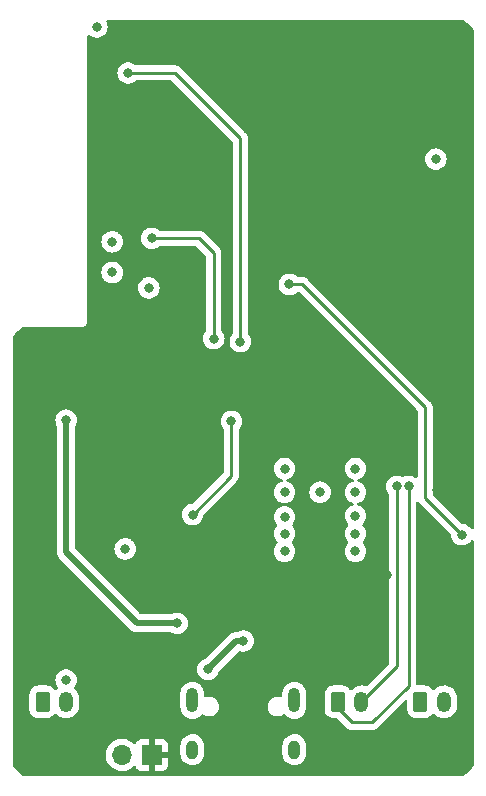
<source format=gbr>
%TF.GenerationSoftware,KiCad,Pcbnew,(6.0.2)*%
%TF.CreationDate,2022-03-14T11:31:15-04:00*%
%TF.ProjectId,aquabotsBMS,61717561-626f-4747-9342-4d532e6b6963,rev?*%
%TF.SameCoordinates,Original*%
%TF.FileFunction,Copper,L4,Bot*%
%TF.FilePolarity,Positive*%
%FSLAX46Y46*%
G04 Gerber Fmt 4.6, Leading zero omitted, Abs format (unit mm)*
G04 Created by KiCad (PCBNEW (6.0.2)) date 2022-03-14 11:31:15*
%MOMM*%
%LPD*%
G01*
G04 APERTURE LIST*
G04 Aperture macros list*
%AMRoundRect*
0 Rectangle with rounded corners*
0 $1 Rounding radius*
0 $2 $3 $4 $5 $6 $7 $8 $9 X,Y pos of 4 corners*
0 Add a 4 corners polygon primitive as box body*
4,1,4,$2,$3,$4,$5,$6,$7,$8,$9,$2,$3,0*
0 Add four circle primitives for the rounded corners*
1,1,$1+$1,$2,$3*
1,1,$1+$1,$4,$5*
1,1,$1+$1,$6,$7*
1,1,$1+$1,$8,$9*
0 Add four rect primitives between the rounded corners*
20,1,$1+$1,$2,$3,$4,$5,0*
20,1,$1+$1,$4,$5,$6,$7,0*
20,1,$1+$1,$6,$7,$8,$9,0*
20,1,$1+$1,$8,$9,$2,$3,0*%
G04 Aperture macros list end*
%TA.AperFunction,ComponentPad*%
%ADD10RoundRect,0.250000X-0.350000X-0.625000X0.350000X-0.625000X0.350000X0.625000X-0.350000X0.625000X0*%
%TD*%
%TA.AperFunction,ComponentPad*%
%ADD11O,1.200000X1.750000*%
%TD*%
%TA.AperFunction,ComponentPad*%
%ADD12R,1.700000X1.700000*%
%TD*%
%TA.AperFunction,ComponentPad*%
%ADD13O,1.700000X1.700000*%
%TD*%
%TA.AperFunction,ComponentPad*%
%ADD14O,1.000000X2.100000*%
%TD*%
%TA.AperFunction,ComponentPad*%
%ADD15O,1.000000X1.600000*%
%TD*%
%TA.AperFunction,ViaPad*%
%ADD16C,0.800000*%
%TD*%
%TA.AperFunction,Conductor*%
%ADD17C,0.500000*%
%TD*%
%TA.AperFunction,Conductor*%
%ADD18C,0.250000*%
%TD*%
G04 APERTURE END LIST*
D10*
%TO.P,J5,1*%
%TO.N,/I2C_SDA*%
X158000000Y-126250000D03*
D11*
%TO.P,J5,2*%
%TO.N,/I2C_SCL*%
X160000000Y-126250000D03*
%TD*%
D10*
%TO.P,J2,1*%
%TO.N,Net-(J2-Pad1)*%
X165000000Y-126250000D03*
D11*
%TO.P,J2,2*%
%TO.N,Net-(J2-Pad2)*%
X167000000Y-126250000D03*
%TD*%
D10*
%TO.P,J3,1*%
%TO.N,/MODULE_RX*%
X133000000Y-126250000D03*
D11*
%TO.P,J3,2*%
%TO.N,+3V3*%
X135000000Y-126250000D03*
%TD*%
D12*
%TO.P,J4,1*%
%TO.N,GND*%
X142250000Y-130750000D03*
D13*
%TO.P,J4,2*%
%TO.N,+BATT*%
X139710000Y-130750000D03*
%TD*%
D14*
%TO.P,J1,S1*%
%TO.N,Net-(C5-Pad1)*%
X154320000Y-126120000D03*
D15*
X154320000Y-130300000D03*
X145680000Y-130300000D03*
D14*
X145680000Y-126120000D03*
%TD*%
D16*
%TO.N,GND*%
X166800000Y-85000000D03*
X166700000Y-75300000D03*
X151000000Y-106600000D03*
X147400000Y-119600000D03*
X162200000Y-115500000D03*
X142900000Y-125700000D03*
X145000000Y-107100000D03*
X141600000Y-125700000D03*
X160900000Y-114000000D03*
X151000000Y-103300000D03*
X140600000Y-97500000D03*
X162100000Y-73100000D03*
X169100000Y-85000000D03*
X142600000Y-107100000D03*
X163500000Y-72000000D03*
X139700000Y-106200000D03*
X146100000Y-116000000D03*
X141600000Y-128300000D03*
X143800000Y-105300000D03*
X138800000Y-93700000D03*
X155400000Y-83700000D03*
X163400000Y-73500000D03*
X155600000Y-119600000D03*
X145900000Y-119600000D03*
X153300000Y-123700000D03*
X142600000Y-105300000D03*
X140800000Y-106200000D03*
X149100000Y-116000000D03*
X140400000Y-83700000D03*
X147100000Y-105300000D03*
X147500000Y-99200000D03*
X166500000Y-69750000D03*
X166500000Y-72000000D03*
X156500000Y-106500000D03*
X162250000Y-79500000D03*
X169100000Y-103000000D03*
X166300000Y-81800000D03*
X152000000Y-128500000D03*
X145000000Y-105300000D03*
X140500000Y-93700000D03*
X137500000Y-87300000D03*
X167300000Y-115500000D03*
X154100000Y-119600000D03*
X165100000Y-92900000D03*
X155400000Y-76200000D03*
X169100000Y-94000000D03*
X137000000Y-97500000D03*
X160000000Y-130500000D03*
X140400000Y-76200000D03*
X150000000Y-123200000D03*
X148600000Y-94000000D03*
X138000000Y-122000000D03*
X166800000Y-94000000D03*
X142900000Y-127000000D03*
X142900000Y-128300000D03*
X163500000Y-69750000D03*
X152600000Y-119600000D03*
X159100000Y-97900000D03*
X145800000Y-124100000D03*
X136975000Y-113775000D03*
X154200000Y-94000000D03*
X161500000Y-102000000D03*
X131100000Y-108000000D03*
X165400000Y-113900000D03*
X144400000Y-69100000D03*
X151000000Y-101000000D03*
X143800000Y-107100000D03*
X151000000Y-105300000D03*
X152500000Y-99200000D03*
X166700000Y-77700000D03*
X166800000Y-103000000D03*
X131500000Y-122000000D03*
X165000000Y-130750000D03*
X147100000Y-106600000D03*
X132000000Y-95900000D03*
X165000000Y-88700000D03*
X141600000Y-127000000D03*
X148250000Y-128500000D03*
X168000000Y-110000000D03*
X137500000Y-72600000D03*
X157200000Y-118700000D03*
X166400000Y-108300000D03*
X161500000Y-96000000D03*
X157200000Y-116400000D03*
%TO.N,+3V3*%
X159500000Y-110500000D03*
X153500000Y-112000000D03*
X159500000Y-113500000D03*
X166300000Y-80300000D03*
X138900000Y-89900000D03*
X156500000Y-108500000D03*
X153500000Y-108500000D03*
X137600000Y-69100000D03*
X153500000Y-113500000D03*
X153500000Y-110600000D03*
X138900000Y-87300000D03*
X135000000Y-124400000D03*
X142000000Y-91200000D03*
X159500000Y-108500000D03*
X153500000Y-106500000D03*
X159500000Y-112000000D03*
X140000000Y-113300000D03*
X159500000Y-106500000D03*
%TO.N,/MODULE_TX*%
X168500000Y-112100000D03*
X153900000Y-90900000D03*
%TO.N,/I2C_SDA*%
X164000003Y-108000000D03*
%TO.N,/I2C_SCL*%
X163000000Y-108000000D03*
%TO.N,VBUS*%
X135000000Y-102400000D03*
X144400000Y-119600000D03*
%TO.N,Net-(C6-Pad1)*%
X147006250Y-123493750D03*
X150000000Y-121100000D03*
%TO.N,/EN*%
X149750000Y-95750000D03*
X140250000Y-73000000D03*
%TO.N,/IO0*%
X142250000Y-87000000D03*
X147500000Y-95500000D03*
%TO.N,Net-(C12-Pad2)*%
X149000000Y-102500000D03*
X145700000Y-110400000D03*
%TD*%
D17*
%TO.N,GND*%
X159100000Y-97900000D02*
X159200000Y-97800000D01*
D18*
%TO.N,/MODULE_TX*%
X165400000Y-101300000D02*
X155000000Y-90900000D01*
X165400000Y-109000000D02*
X165400000Y-101300000D01*
X155000000Y-90900000D02*
X153900000Y-90900000D01*
X168500000Y-112100000D02*
X165400000Y-109000000D01*
%TO.N,/I2C_SDA*%
X164000003Y-124899997D02*
X160900000Y-128000000D01*
X164000003Y-108000000D02*
X164000003Y-124899997D01*
X158000000Y-126800000D02*
X158000000Y-126250000D01*
X160900000Y-128000000D02*
X159200000Y-128000000D01*
X159200000Y-128000000D02*
X158000000Y-126800000D01*
%TO.N,/I2C_SCL*%
X163000000Y-108000000D02*
X163000000Y-123250000D01*
X163000000Y-123250000D02*
X160000000Y-126250000D01*
D17*
%TO.N,VBUS*%
X135000000Y-113600000D02*
X135000000Y-102400000D01*
X141000000Y-119600000D02*
X135000000Y-113600000D01*
X144400000Y-119600000D02*
X141000000Y-119600000D01*
%TO.N,Net-(C6-Pad1)*%
X150000000Y-121100000D02*
X149400000Y-121100000D01*
X149400000Y-121100000D02*
X147006250Y-123493750D01*
D18*
%TO.N,/EN*%
X140250000Y-73000000D02*
X144200000Y-73000000D01*
X149750000Y-95750000D02*
X149750000Y-78550000D01*
X144200000Y-73000000D02*
X149750000Y-78550000D01*
%TO.N,/IO0*%
X147500000Y-92250000D02*
X147500000Y-88250000D01*
X147500000Y-88250000D02*
X146250000Y-87000000D01*
X147500000Y-95500000D02*
X147500000Y-92250000D01*
X146250000Y-87000000D02*
X142250000Y-87000000D01*
%TO.N,Net-(C12-Pad2)*%
X149000000Y-102500000D02*
X149000000Y-107100000D01*
X149000000Y-107100000D02*
X145700000Y-110400000D01*
%TD*%
%TA.AperFunction,Conductor*%
%TO.N,GND*%
G36*
X168696740Y-68531239D02*
G01*
X168864699Y-68650412D01*
X168875740Y-68659216D01*
X168960239Y-68734729D01*
X169116044Y-68873965D01*
X169126034Y-68883955D01*
X169340784Y-69124260D01*
X169349588Y-69135301D01*
X169468761Y-69303260D01*
X169492000Y-69376172D01*
X169492000Y-111530957D01*
X169471998Y-111599078D01*
X169418342Y-111645571D01*
X169348068Y-111655675D01*
X169283488Y-111626181D01*
X169256881Y-111593958D01*
X169239040Y-111563056D01*
X169111253Y-111421134D01*
X169012157Y-111349136D01*
X168962094Y-111312763D01*
X168962093Y-111312762D01*
X168956752Y-111308882D01*
X168950724Y-111306198D01*
X168950722Y-111306197D01*
X168788319Y-111233891D01*
X168788318Y-111233891D01*
X168782288Y-111231206D01*
X168688888Y-111211353D01*
X168601944Y-111192872D01*
X168601939Y-111192872D01*
X168595487Y-111191500D01*
X168539594Y-111191500D01*
X168471473Y-111171498D01*
X168450499Y-111154595D01*
X166070405Y-108774500D01*
X166036379Y-108712188D01*
X166033500Y-108685405D01*
X166033500Y-101378767D01*
X166034027Y-101367584D01*
X166035702Y-101360091D01*
X166033562Y-101292014D01*
X166033500Y-101288055D01*
X166033500Y-101260144D01*
X166032995Y-101256144D01*
X166032062Y-101244301D01*
X166030922Y-101208030D01*
X166030673Y-101200111D01*
X166025021Y-101180657D01*
X166021013Y-101161300D01*
X166019468Y-101149070D01*
X166019468Y-101149069D01*
X166018474Y-101141203D01*
X166015555Y-101133830D01*
X166002196Y-101100088D01*
X165998351Y-101088858D01*
X165988229Y-101054017D01*
X165988229Y-101054016D01*
X165986018Y-101046407D01*
X165981985Y-101039588D01*
X165981983Y-101039583D01*
X165975707Y-101028972D01*
X165967012Y-101011224D01*
X165959552Y-100992383D01*
X165933564Y-100956613D01*
X165927048Y-100946693D01*
X165908580Y-100915465D01*
X165908578Y-100915462D01*
X165904542Y-100908638D01*
X165890221Y-100894317D01*
X165877380Y-100879283D01*
X165870131Y-100869306D01*
X165865472Y-100862893D01*
X165831395Y-100834702D01*
X165822616Y-100826712D01*
X155503652Y-90507747D01*
X155496112Y-90499461D01*
X155492000Y-90492982D01*
X155442348Y-90446356D01*
X155439507Y-90443602D01*
X155419770Y-90423865D01*
X155416573Y-90421385D01*
X155407551Y-90413680D01*
X155375321Y-90383414D01*
X155368375Y-90379595D01*
X155368372Y-90379593D01*
X155357566Y-90373652D01*
X155341047Y-90362801D01*
X155335048Y-90358148D01*
X155325041Y-90350386D01*
X155317772Y-90347241D01*
X155317768Y-90347238D01*
X155284463Y-90332826D01*
X155273813Y-90327609D01*
X155235060Y-90306305D01*
X155215437Y-90301267D01*
X155196734Y-90294863D01*
X155185420Y-90289967D01*
X155185419Y-90289967D01*
X155178145Y-90286819D01*
X155170322Y-90285580D01*
X155170312Y-90285577D01*
X155134476Y-90279901D01*
X155122856Y-90277495D01*
X155087711Y-90268472D01*
X155087710Y-90268472D01*
X155080030Y-90266500D01*
X155059776Y-90266500D01*
X155040065Y-90264949D01*
X155027886Y-90263020D01*
X155020057Y-90261780D01*
X154983127Y-90265271D01*
X154976039Y-90265941D01*
X154964181Y-90266500D01*
X154608200Y-90266500D01*
X154540079Y-90246498D01*
X154520853Y-90230157D01*
X154520580Y-90230460D01*
X154515668Y-90226037D01*
X154511253Y-90221134D01*
X154356752Y-90108882D01*
X154350724Y-90106198D01*
X154350722Y-90106197D01*
X154188319Y-90033891D01*
X154188318Y-90033891D01*
X154182288Y-90031206D01*
X154088887Y-90011353D01*
X154001944Y-89992872D01*
X154001939Y-89992872D01*
X153995487Y-89991500D01*
X153804513Y-89991500D01*
X153798061Y-89992872D01*
X153798056Y-89992872D01*
X153711112Y-90011353D01*
X153617712Y-90031206D01*
X153611682Y-90033891D01*
X153611681Y-90033891D01*
X153449278Y-90106197D01*
X153449276Y-90106198D01*
X153443248Y-90108882D01*
X153288747Y-90221134D01*
X153284326Y-90226044D01*
X153284325Y-90226045D01*
X153175203Y-90347238D01*
X153160960Y-90363056D01*
X153065473Y-90528444D01*
X153006458Y-90710072D01*
X152986496Y-90900000D01*
X153006458Y-91089928D01*
X153065473Y-91271556D01*
X153160960Y-91436944D01*
X153288747Y-91578866D01*
X153443248Y-91691118D01*
X153449276Y-91693802D01*
X153449278Y-91693803D01*
X153533332Y-91731226D01*
X153617712Y-91768794D01*
X153711112Y-91788647D01*
X153798056Y-91807128D01*
X153798061Y-91807128D01*
X153804513Y-91808500D01*
X153995487Y-91808500D01*
X154001939Y-91807128D01*
X154001944Y-91807128D01*
X154088887Y-91788647D01*
X154182288Y-91768794D01*
X154266668Y-91731226D01*
X154350722Y-91693803D01*
X154350724Y-91693802D01*
X154356752Y-91691118D01*
X154511253Y-91578866D01*
X154515668Y-91573963D01*
X154520580Y-91569540D01*
X154521705Y-91570789D01*
X154575014Y-91537949D01*
X154608200Y-91533500D01*
X154685406Y-91533500D01*
X154753527Y-91553502D01*
X154774501Y-91570405D01*
X164729595Y-101525500D01*
X164763621Y-101587812D01*
X164766500Y-101614595D01*
X164766500Y-107186636D01*
X164746498Y-107254757D01*
X164692842Y-107301250D01*
X164622568Y-107311354D01*
X164566439Y-107288572D01*
X164462097Y-107212763D01*
X164462096Y-107212762D01*
X164456755Y-107208882D01*
X164450727Y-107206198D01*
X164450725Y-107206197D01*
X164288322Y-107133891D01*
X164288321Y-107133891D01*
X164282291Y-107131206D01*
X164188891Y-107111353D01*
X164101947Y-107092872D01*
X164101942Y-107092872D01*
X164095490Y-107091500D01*
X163904516Y-107091500D01*
X163898064Y-107092872D01*
X163898059Y-107092872D01*
X163811115Y-107111353D01*
X163717715Y-107131206D01*
X163711688Y-107133889D01*
X163711680Y-107133892D01*
X163551249Y-107205320D01*
X163480882Y-107214754D01*
X163448752Y-107205320D01*
X163288319Y-107133891D01*
X163288318Y-107133891D01*
X163282288Y-107131206D01*
X163188888Y-107111353D01*
X163101944Y-107092872D01*
X163101939Y-107092872D01*
X163095487Y-107091500D01*
X162904513Y-107091500D01*
X162898061Y-107092872D01*
X162898056Y-107092872D01*
X162811112Y-107111353D01*
X162717712Y-107131206D01*
X162711682Y-107133891D01*
X162711681Y-107133891D01*
X162549278Y-107206197D01*
X162549276Y-107206198D01*
X162543248Y-107208882D01*
X162537907Y-107212762D01*
X162537906Y-107212763D01*
X162516093Y-107228611D01*
X162388747Y-107321134D01*
X162384326Y-107326044D01*
X162384325Y-107326045D01*
X162341325Y-107373802D01*
X162260960Y-107463056D01*
X162230057Y-107516581D01*
X162186011Y-107592872D01*
X162165473Y-107628444D01*
X162106458Y-107810072D01*
X162086496Y-108000000D01*
X162106458Y-108189928D01*
X162165473Y-108371556D01*
X162260960Y-108536944D01*
X162334137Y-108618215D01*
X162364853Y-108682221D01*
X162366500Y-108702524D01*
X162366500Y-122935406D01*
X162346498Y-123003527D01*
X162329595Y-123024501D01*
X160465957Y-124888139D01*
X160403645Y-124922165D01*
X160335529Y-124918072D01*
X160269394Y-124895106D01*
X160269392Y-124895105D01*
X160263729Y-124893139D01*
X160257794Y-124892278D01*
X160257792Y-124892278D01*
X160060336Y-124863648D01*
X160060333Y-124863648D01*
X160054396Y-124862787D01*
X159843101Y-124872567D01*
X159711923Y-124904181D01*
X159643299Y-124920719D01*
X159643297Y-124920720D01*
X159637466Y-124922125D01*
X159632008Y-124924607D01*
X159632004Y-124924608D01*
X159516959Y-124976916D01*
X159444913Y-125009674D01*
X159272389Y-125132054D01*
X159268247Y-125136381D01*
X159268241Y-125136386D01*
X159181194Y-125227317D01*
X159119639Y-125262694D01*
X159048730Y-125259175D01*
X158990979Y-125217879D01*
X158983032Y-125206491D01*
X158948478Y-125150652D01*
X158823303Y-125025695D01*
X158786286Y-125002877D01*
X158678968Y-124936725D01*
X158678966Y-124936724D01*
X158672738Y-124932885D01*
X158550311Y-124892278D01*
X158511389Y-124879368D01*
X158511387Y-124879368D01*
X158504861Y-124877203D01*
X158498025Y-124876503D01*
X158498022Y-124876502D01*
X158454969Y-124872091D01*
X158400400Y-124866500D01*
X157599600Y-124866500D01*
X157596354Y-124866837D01*
X157596350Y-124866837D01*
X157500692Y-124876762D01*
X157500688Y-124876763D01*
X157493834Y-124877474D01*
X157487298Y-124879655D01*
X157487296Y-124879655D01*
X157372147Y-124918072D01*
X157326054Y-124933450D01*
X157175652Y-125026522D01*
X157050695Y-125151697D01*
X157046855Y-125157927D01*
X157046854Y-125157928D01*
X157009900Y-125217879D01*
X156957885Y-125302262D01*
X156902203Y-125470139D01*
X156891500Y-125574600D01*
X156891500Y-126925400D01*
X156891837Y-126928646D01*
X156891837Y-126928650D01*
X156899307Y-127000639D01*
X156902474Y-127031166D01*
X156904655Y-127037702D01*
X156904655Y-127037704D01*
X156916967Y-127074608D01*
X156958450Y-127198946D01*
X157051522Y-127349348D01*
X157176697Y-127474305D01*
X157182927Y-127478145D01*
X157182928Y-127478146D01*
X157320090Y-127562694D01*
X157327262Y-127567115D01*
X157352217Y-127575392D01*
X157488611Y-127620632D01*
X157488613Y-127620632D01*
X157495139Y-127622797D01*
X157501975Y-127623497D01*
X157501978Y-127623498D01*
X157540386Y-127627433D01*
X157599600Y-127633500D01*
X157885406Y-127633500D01*
X157953527Y-127653502D01*
X157974501Y-127670405D01*
X158696343Y-128392247D01*
X158703887Y-128400537D01*
X158708000Y-128407018D01*
X158713777Y-128412443D01*
X158757667Y-128453658D01*
X158760509Y-128456413D01*
X158780230Y-128476134D01*
X158783425Y-128478612D01*
X158792447Y-128486318D01*
X158824679Y-128516586D01*
X158831628Y-128520406D01*
X158842432Y-128526346D01*
X158858956Y-128537199D01*
X158874959Y-128549613D01*
X158915543Y-128567176D01*
X158926173Y-128572383D01*
X158964940Y-128593695D01*
X158972617Y-128595666D01*
X158972622Y-128595668D01*
X158984558Y-128598732D01*
X159003266Y-128605137D01*
X159021855Y-128613181D01*
X159029683Y-128614421D01*
X159029690Y-128614423D01*
X159065524Y-128620099D01*
X159077144Y-128622505D01*
X159108959Y-128630673D01*
X159119970Y-128633500D01*
X159140224Y-128633500D01*
X159159934Y-128635051D01*
X159179943Y-128638220D01*
X159187835Y-128637474D01*
X159206580Y-128635702D01*
X159223962Y-128634059D01*
X159235819Y-128633500D01*
X160821233Y-128633500D01*
X160832416Y-128634027D01*
X160839909Y-128635702D01*
X160847835Y-128635453D01*
X160847836Y-128635453D01*
X160907986Y-128633562D01*
X160911945Y-128633500D01*
X160939856Y-128633500D01*
X160943791Y-128633003D01*
X160943856Y-128632995D01*
X160955693Y-128632062D01*
X160987951Y-128631048D01*
X160991970Y-128630922D01*
X160999889Y-128630673D01*
X161019343Y-128625021D01*
X161038700Y-128621013D01*
X161050930Y-128619468D01*
X161050931Y-128619468D01*
X161058797Y-128618474D01*
X161066168Y-128615555D01*
X161066170Y-128615555D01*
X161099912Y-128602196D01*
X161111142Y-128598351D01*
X161145983Y-128588229D01*
X161145984Y-128588229D01*
X161153593Y-128586018D01*
X161160412Y-128581985D01*
X161160417Y-128581983D01*
X161171028Y-128575707D01*
X161188776Y-128567012D01*
X161207617Y-128559552D01*
X161227987Y-128544753D01*
X161243387Y-128533564D01*
X161253307Y-128527048D01*
X161284535Y-128508580D01*
X161284538Y-128508578D01*
X161291362Y-128504542D01*
X161305683Y-128490221D01*
X161320717Y-128477380D01*
X161322432Y-128476134D01*
X161337107Y-128465472D01*
X161365298Y-128431395D01*
X161373288Y-128422616D01*
X163676405Y-126119499D01*
X163738717Y-126085473D01*
X163809532Y-126090538D01*
X163866368Y-126133085D01*
X163891179Y-126199605D01*
X163891500Y-126208594D01*
X163891500Y-126925400D01*
X163891837Y-126928646D01*
X163891837Y-126928650D01*
X163899307Y-127000639D01*
X163902474Y-127031166D01*
X163904655Y-127037702D01*
X163904655Y-127037704D01*
X163916967Y-127074608D01*
X163958450Y-127198946D01*
X164051522Y-127349348D01*
X164176697Y-127474305D01*
X164182927Y-127478145D01*
X164182928Y-127478146D01*
X164320090Y-127562694D01*
X164327262Y-127567115D01*
X164352217Y-127575392D01*
X164488611Y-127620632D01*
X164488613Y-127620632D01*
X164495139Y-127622797D01*
X164501975Y-127623497D01*
X164501978Y-127623498D01*
X164540386Y-127627433D01*
X164599600Y-127633500D01*
X165400400Y-127633500D01*
X165403646Y-127633163D01*
X165403650Y-127633163D01*
X165499308Y-127623238D01*
X165499312Y-127623237D01*
X165506166Y-127622526D01*
X165512702Y-127620345D01*
X165512704Y-127620345D01*
X165647443Y-127575392D01*
X165673946Y-127566550D01*
X165824348Y-127473478D01*
X165949305Y-127348303D01*
X165981075Y-127296764D01*
X166033846Y-127249271D01*
X166103918Y-127237847D01*
X166169042Y-127266121D01*
X166187418Y-127285045D01*
X166193604Y-127292920D01*
X166198135Y-127296852D01*
X166198138Y-127296855D01*
X166284058Y-127371412D01*
X166353363Y-127431552D01*
X166358549Y-127434552D01*
X166358553Y-127434555D01*
X166507656Y-127520813D01*
X166536454Y-127537473D01*
X166736271Y-127606861D01*
X166742206Y-127607722D01*
X166742208Y-127607722D01*
X166939664Y-127636352D01*
X166939667Y-127636352D01*
X166945604Y-127637213D01*
X167156899Y-127627433D01*
X167288077Y-127595819D01*
X167356701Y-127579281D01*
X167356703Y-127579280D01*
X167362534Y-127577875D01*
X167367992Y-127575393D01*
X167367996Y-127575392D01*
X167505084Y-127513061D01*
X167555087Y-127490326D01*
X167727611Y-127367946D01*
X167852260Y-127237736D01*
X167869736Y-127219480D01*
X167873881Y-127215150D01*
X167988620Y-127037452D01*
X168035094Y-126922134D01*
X168065442Y-126846832D01*
X168065443Y-126846829D01*
X168067686Y-126841263D01*
X168108228Y-126633663D01*
X168108500Y-126628101D01*
X168108500Y-125922154D01*
X168093452Y-125764434D01*
X168033908Y-125561466D01*
X167986872Y-125470139D01*
X167939804Y-125378751D01*
X167939802Y-125378748D01*
X167937058Y-125373420D01*
X167806396Y-125207080D01*
X167801865Y-125203148D01*
X167801862Y-125203145D01*
X167651167Y-125072379D01*
X167646637Y-125068448D01*
X167641451Y-125065448D01*
X167641447Y-125065445D01*
X167468742Y-124965533D01*
X167463546Y-124962527D01*
X167263729Y-124893139D01*
X167257794Y-124892278D01*
X167257792Y-124892278D01*
X167060336Y-124863648D01*
X167060333Y-124863648D01*
X167054396Y-124862787D01*
X166843101Y-124872567D01*
X166711923Y-124904181D01*
X166643299Y-124920719D01*
X166643297Y-124920720D01*
X166637466Y-124922125D01*
X166632008Y-124924607D01*
X166632004Y-124924608D01*
X166516959Y-124976916D01*
X166444913Y-125009674D01*
X166272389Y-125132054D01*
X166268247Y-125136381D01*
X166268241Y-125136386D01*
X166181194Y-125227317D01*
X166119639Y-125262694D01*
X166048730Y-125259175D01*
X165990979Y-125217879D01*
X165983032Y-125206491D01*
X165948478Y-125150652D01*
X165823303Y-125025695D01*
X165786286Y-125002877D01*
X165678968Y-124936725D01*
X165678966Y-124936724D01*
X165672738Y-124932885D01*
X165550311Y-124892278D01*
X165511389Y-124879368D01*
X165511387Y-124879368D01*
X165504861Y-124877203D01*
X165498025Y-124876503D01*
X165498022Y-124876502D01*
X165454969Y-124872091D01*
X165400400Y-124866500D01*
X164759503Y-124866500D01*
X164691382Y-124846498D01*
X164644889Y-124792842D01*
X164633503Y-124740500D01*
X164633503Y-109410570D01*
X164653505Y-109342449D01*
X164707161Y-109295956D01*
X164777435Y-109285852D01*
X164842015Y-109315346D01*
X164861442Y-109336513D01*
X164866438Y-109343390D01*
X164872952Y-109353307D01*
X164882923Y-109370166D01*
X164895458Y-109391362D01*
X164909779Y-109405683D01*
X164922619Y-109420716D01*
X164934528Y-109437107D01*
X164958006Y-109456530D01*
X164968605Y-109465298D01*
X164977384Y-109473288D01*
X167552878Y-112048783D01*
X167586904Y-112111095D01*
X167589093Y-112124706D01*
X167606458Y-112289928D01*
X167665473Y-112471556D01*
X167760960Y-112636944D01*
X167888747Y-112778866D01*
X168043248Y-112891118D01*
X168049276Y-112893802D01*
X168049278Y-112893803D01*
X168204824Y-112963056D01*
X168217712Y-112968794D01*
X168311112Y-112988647D01*
X168398056Y-113007128D01*
X168398061Y-113007128D01*
X168404513Y-113008500D01*
X168595487Y-113008500D01*
X168601939Y-113007128D01*
X168601944Y-113007128D01*
X168688888Y-112988647D01*
X168782288Y-112968794D01*
X168795176Y-112963056D01*
X168950722Y-112893803D01*
X168950724Y-112893802D01*
X168956752Y-112891118D01*
X169111253Y-112778866D01*
X169239040Y-112636944D01*
X169256882Y-112606041D01*
X169308264Y-112557049D01*
X169377978Y-112543614D01*
X169443889Y-112570001D01*
X169485070Y-112627833D01*
X169492000Y-112669043D01*
X169492000Y-131623828D01*
X169468761Y-131696740D01*
X169349588Y-131864699D01*
X169340784Y-131875740D01*
X169126035Y-132116044D01*
X169116045Y-132126034D01*
X168875740Y-132340784D01*
X168864699Y-132349588D01*
X168696740Y-132468761D01*
X168623828Y-132492000D01*
X131376172Y-132492000D01*
X131303260Y-132468761D01*
X131135301Y-132349588D01*
X131124260Y-132340784D01*
X130883955Y-132126034D01*
X130873965Y-132116044D01*
X130659216Y-131875740D01*
X130650412Y-131864699D01*
X130531239Y-131696740D01*
X130508000Y-131623828D01*
X130508000Y-130716695D01*
X138347251Y-130716695D01*
X138347548Y-130721848D01*
X138347548Y-130721851D01*
X138352212Y-130802736D01*
X138360110Y-130939715D01*
X138361247Y-130944761D01*
X138361248Y-130944767D01*
X138375606Y-131008475D01*
X138409222Y-131157639D01*
X138493266Y-131364616D01*
X138495965Y-131369020D01*
X138597186Y-131534198D01*
X138609987Y-131555088D01*
X138756250Y-131723938D01*
X138928126Y-131866632D01*
X139121000Y-131979338D01*
X139329692Y-132059030D01*
X139334760Y-132060061D01*
X139334763Y-132060062D01*
X139442017Y-132081883D01*
X139548597Y-132103567D01*
X139553772Y-132103757D01*
X139553774Y-132103757D01*
X139766673Y-132111564D01*
X139766677Y-132111564D01*
X139771837Y-132111753D01*
X139776957Y-132111097D01*
X139776959Y-132111097D01*
X139988288Y-132084025D01*
X139988289Y-132084025D01*
X139993416Y-132083368D01*
X139998366Y-132081883D01*
X140202429Y-132020661D01*
X140202434Y-132020659D01*
X140207384Y-132019174D01*
X140407994Y-131920896D01*
X140589860Y-131791173D01*
X140657331Y-131723938D01*
X140698479Y-131682933D01*
X140760851Y-131649017D01*
X140831658Y-131654205D01*
X140888419Y-131696851D01*
X140905401Y-131727954D01*
X140946676Y-131838054D01*
X140955214Y-131853649D01*
X141031715Y-131955724D01*
X141044276Y-131968285D01*
X141146351Y-132044786D01*
X141161946Y-132053324D01*
X141282394Y-132098478D01*
X141297649Y-132102105D01*
X141348514Y-132107631D01*
X141355328Y-132108000D01*
X141977885Y-132108000D01*
X141993124Y-132103525D01*
X141994329Y-132102135D01*
X141996000Y-132094452D01*
X141996000Y-132089884D01*
X142504000Y-132089884D01*
X142508475Y-132105123D01*
X142509865Y-132106328D01*
X142517548Y-132107999D01*
X143144669Y-132107999D01*
X143151490Y-132107629D01*
X143202352Y-132102105D01*
X143217604Y-132098479D01*
X143338054Y-132053324D01*
X143353649Y-132044786D01*
X143455724Y-131968285D01*
X143468285Y-131955724D01*
X143544786Y-131853649D01*
X143553324Y-131838054D01*
X143598478Y-131717606D01*
X143602105Y-131702351D01*
X143607631Y-131651486D01*
X143608000Y-131644672D01*
X143608000Y-131022115D01*
X143603525Y-131006876D01*
X143602135Y-131005671D01*
X143594452Y-131004000D01*
X142522115Y-131004000D01*
X142506876Y-131008475D01*
X142505671Y-131009865D01*
X142504000Y-131017548D01*
X142504000Y-132089884D01*
X141996000Y-132089884D01*
X141996000Y-130649769D01*
X144671500Y-130649769D01*
X144671800Y-130652825D01*
X144671800Y-130652832D01*
X144672530Y-130660273D01*
X144685920Y-130796833D01*
X144743084Y-130986169D01*
X144835934Y-131160796D01*
X144906291Y-131247062D01*
X144957040Y-131309287D01*
X144957043Y-131309290D01*
X144960935Y-131314062D01*
X144965682Y-131317989D01*
X144965684Y-131317991D01*
X145108575Y-131436201D01*
X145108579Y-131436203D01*
X145113325Y-131440130D01*
X145287299Y-131534198D01*
X145476232Y-131592682D01*
X145482357Y-131593326D01*
X145482358Y-131593326D01*
X145666796Y-131612711D01*
X145666798Y-131612711D01*
X145672925Y-131613355D01*
X145755424Y-131605847D01*
X145863749Y-131595989D01*
X145863752Y-131595988D01*
X145869888Y-131595430D01*
X145875794Y-131593692D01*
X145875798Y-131593691D01*
X146021907Y-131550689D01*
X146059619Y-131539590D01*
X146065077Y-131536737D01*
X146065081Y-131536735D01*
X146155853Y-131489280D01*
X146234890Y-131447960D01*
X146389025Y-131324032D01*
X146516154Y-131172526D01*
X146519121Y-131167128D01*
X146519125Y-131167123D01*
X146608467Y-131004608D01*
X146611433Y-130999213D01*
X146613846Y-130991608D01*
X146669373Y-130816564D01*
X146669373Y-130816563D01*
X146671235Y-130810694D01*
X146688500Y-130656773D01*
X146688500Y-130649769D01*
X153311500Y-130649769D01*
X153311800Y-130652825D01*
X153311800Y-130652832D01*
X153312530Y-130660273D01*
X153325920Y-130796833D01*
X153383084Y-130986169D01*
X153475934Y-131160796D01*
X153546291Y-131247062D01*
X153597040Y-131309287D01*
X153597043Y-131309290D01*
X153600935Y-131314062D01*
X153605682Y-131317989D01*
X153605684Y-131317991D01*
X153748575Y-131436201D01*
X153748579Y-131436203D01*
X153753325Y-131440130D01*
X153927299Y-131534198D01*
X154116232Y-131592682D01*
X154122357Y-131593326D01*
X154122358Y-131593326D01*
X154306796Y-131612711D01*
X154306798Y-131612711D01*
X154312925Y-131613355D01*
X154395424Y-131605847D01*
X154503749Y-131595989D01*
X154503752Y-131595988D01*
X154509888Y-131595430D01*
X154515794Y-131593692D01*
X154515798Y-131593691D01*
X154661907Y-131550689D01*
X154699619Y-131539590D01*
X154705077Y-131536737D01*
X154705081Y-131536735D01*
X154795853Y-131489280D01*
X154874890Y-131447960D01*
X155029025Y-131324032D01*
X155156154Y-131172526D01*
X155159121Y-131167128D01*
X155159125Y-131167123D01*
X155248467Y-131004608D01*
X155251433Y-130999213D01*
X155253846Y-130991608D01*
X155309373Y-130816564D01*
X155309373Y-130816563D01*
X155311235Y-130810694D01*
X155328500Y-130656773D01*
X155328500Y-129950231D01*
X155327814Y-129943227D01*
X155317552Y-129838578D01*
X155314080Y-129803167D01*
X155256916Y-129613831D01*
X155164066Y-129439204D01*
X155093709Y-129352938D01*
X155042960Y-129290713D01*
X155042957Y-129290710D01*
X155039065Y-129285938D01*
X155032724Y-129280692D01*
X154891425Y-129163799D01*
X154891421Y-129163797D01*
X154886675Y-129159870D01*
X154712701Y-129065802D01*
X154523768Y-129007318D01*
X154517643Y-129006674D01*
X154517642Y-129006674D01*
X154333204Y-128987289D01*
X154333202Y-128987289D01*
X154327075Y-128986645D01*
X154244576Y-128994153D01*
X154136251Y-129004011D01*
X154136248Y-129004012D01*
X154130112Y-129004570D01*
X154124206Y-129006308D01*
X154124202Y-129006309D01*
X154019076Y-129037249D01*
X153940381Y-129060410D01*
X153934923Y-129063263D01*
X153934919Y-129063265D01*
X153844147Y-129110720D01*
X153765110Y-129152040D01*
X153610975Y-129275968D01*
X153483846Y-129427474D01*
X153480879Y-129432872D01*
X153480875Y-129432877D01*
X153426539Y-129531715D01*
X153388567Y-129600787D01*
X153386706Y-129606654D01*
X153386705Y-129606656D01*
X153346191Y-129734373D01*
X153328765Y-129789306D01*
X153311500Y-129943227D01*
X153311500Y-130649769D01*
X146688500Y-130649769D01*
X146688500Y-129950231D01*
X146687814Y-129943227D01*
X146677552Y-129838578D01*
X146674080Y-129803167D01*
X146616916Y-129613831D01*
X146524066Y-129439204D01*
X146453709Y-129352938D01*
X146402960Y-129290713D01*
X146402957Y-129290710D01*
X146399065Y-129285938D01*
X146392724Y-129280692D01*
X146251425Y-129163799D01*
X146251421Y-129163797D01*
X146246675Y-129159870D01*
X146072701Y-129065802D01*
X145883768Y-129007318D01*
X145877643Y-129006674D01*
X145877642Y-129006674D01*
X145693204Y-128987289D01*
X145693202Y-128987289D01*
X145687075Y-128986645D01*
X145604576Y-128994153D01*
X145496251Y-129004011D01*
X145496248Y-129004012D01*
X145490112Y-129004570D01*
X145484206Y-129006308D01*
X145484202Y-129006309D01*
X145379076Y-129037249D01*
X145300381Y-129060410D01*
X145294923Y-129063263D01*
X145294919Y-129063265D01*
X145204147Y-129110720D01*
X145125110Y-129152040D01*
X144970975Y-129275968D01*
X144843846Y-129427474D01*
X144840879Y-129432872D01*
X144840875Y-129432877D01*
X144786539Y-129531715D01*
X144748567Y-129600787D01*
X144746706Y-129606654D01*
X144746705Y-129606656D01*
X144706191Y-129734373D01*
X144688765Y-129789306D01*
X144671500Y-129943227D01*
X144671500Y-130649769D01*
X141996000Y-130649769D01*
X141996000Y-130477885D01*
X142504000Y-130477885D01*
X142508475Y-130493124D01*
X142509865Y-130494329D01*
X142517548Y-130496000D01*
X143589884Y-130496000D01*
X143605123Y-130491525D01*
X143606328Y-130490135D01*
X143607999Y-130482452D01*
X143607999Y-129855331D01*
X143607629Y-129848510D01*
X143602105Y-129797648D01*
X143598479Y-129782396D01*
X143553324Y-129661946D01*
X143544786Y-129646351D01*
X143468285Y-129544276D01*
X143455724Y-129531715D01*
X143353649Y-129455214D01*
X143338054Y-129446676D01*
X143217606Y-129401522D01*
X143202351Y-129397895D01*
X143151486Y-129392369D01*
X143144672Y-129392000D01*
X142522115Y-129392000D01*
X142506876Y-129396475D01*
X142505671Y-129397865D01*
X142504000Y-129405548D01*
X142504000Y-130477885D01*
X141996000Y-130477885D01*
X141996000Y-129410116D01*
X141991525Y-129394877D01*
X141990135Y-129393672D01*
X141982452Y-129392001D01*
X141355331Y-129392001D01*
X141348510Y-129392371D01*
X141297648Y-129397895D01*
X141282396Y-129401521D01*
X141161946Y-129446676D01*
X141146351Y-129455214D01*
X141044276Y-129531715D01*
X141031715Y-129544276D01*
X140955214Y-129646351D01*
X140946676Y-129661946D01*
X140905297Y-129772322D01*
X140862655Y-129829087D01*
X140796093Y-129853786D01*
X140726744Y-129838578D01*
X140694121Y-129812891D01*
X140643151Y-129756876D01*
X140643148Y-129756873D01*
X140639670Y-129753051D01*
X140635619Y-129749852D01*
X140635615Y-129749848D01*
X140468414Y-129617800D01*
X140468410Y-129617798D01*
X140464359Y-129614598D01*
X140439341Y-129600787D01*
X140336970Y-129544276D01*
X140268789Y-129506638D01*
X140263920Y-129504914D01*
X140263916Y-129504912D01*
X140063087Y-129433795D01*
X140063083Y-129433794D01*
X140058212Y-129432069D01*
X140053119Y-129431162D01*
X140053116Y-129431161D01*
X139843373Y-129393800D01*
X139843367Y-129393799D01*
X139838284Y-129392894D01*
X139764452Y-129391992D01*
X139620081Y-129390228D01*
X139620079Y-129390228D01*
X139614911Y-129390165D01*
X139394091Y-129423955D01*
X139181756Y-129493357D01*
X138983607Y-129596507D01*
X138979474Y-129599610D01*
X138979471Y-129599612D01*
X138896450Y-129661946D01*
X138804965Y-129730635D01*
X138650629Y-129892138D01*
X138647715Y-129896410D01*
X138647714Y-129896411D01*
X138613090Y-129947168D01*
X138524743Y-130076680D01*
X138430688Y-130279305D01*
X138370989Y-130494570D01*
X138347251Y-130716695D01*
X130508000Y-130716695D01*
X130508000Y-126925400D01*
X131891500Y-126925400D01*
X131891837Y-126928646D01*
X131891837Y-126928650D01*
X131899307Y-127000639D01*
X131902474Y-127031166D01*
X131904655Y-127037702D01*
X131904655Y-127037704D01*
X131916967Y-127074608D01*
X131958450Y-127198946D01*
X132051522Y-127349348D01*
X132176697Y-127474305D01*
X132182927Y-127478145D01*
X132182928Y-127478146D01*
X132320090Y-127562694D01*
X132327262Y-127567115D01*
X132352217Y-127575392D01*
X132488611Y-127620632D01*
X132488613Y-127620632D01*
X132495139Y-127622797D01*
X132501975Y-127623497D01*
X132501978Y-127623498D01*
X132540386Y-127627433D01*
X132599600Y-127633500D01*
X133400400Y-127633500D01*
X133403646Y-127633163D01*
X133403650Y-127633163D01*
X133499308Y-127623238D01*
X133499312Y-127623237D01*
X133506166Y-127622526D01*
X133512702Y-127620345D01*
X133512704Y-127620345D01*
X133647443Y-127575392D01*
X133673946Y-127566550D01*
X133824348Y-127473478D01*
X133949305Y-127348303D01*
X133981075Y-127296764D01*
X134033846Y-127249271D01*
X134103918Y-127237847D01*
X134169042Y-127266121D01*
X134187418Y-127285045D01*
X134193604Y-127292920D01*
X134198135Y-127296852D01*
X134198138Y-127296855D01*
X134284058Y-127371412D01*
X134353363Y-127431552D01*
X134358549Y-127434552D01*
X134358553Y-127434555D01*
X134507656Y-127520813D01*
X134536454Y-127537473D01*
X134736271Y-127606861D01*
X134742206Y-127607722D01*
X134742208Y-127607722D01*
X134939664Y-127636352D01*
X134939667Y-127636352D01*
X134945604Y-127637213D01*
X135156899Y-127627433D01*
X135288077Y-127595819D01*
X135356701Y-127579281D01*
X135356703Y-127579280D01*
X135362534Y-127577875D01*
X135367992Y-127575393D01*
X135367996Y-127575392D01*
X135505084Y-127513061D01*
X135555087Y-127490326D01*
X135727611Y-127367946D01*
X135852260Y-127237736D01*
X135869736Y-127219480D01*
X135873881Y-127215150D01*
X135988620Y-127037452D01*
X136035094Y-126922134D01*
X136065442Y-126846832D01*
X136065443Y-126846829D01*
X136067686Y-126841263D01*
X136091412Y-126719769D01*
X144671500Y-126719769D01*
X144671800Y-126722825D01*
X144671800Y-126722832D01*
X144672530Y-126730273D01*
X144685920Y-126866833D01*
X144743084Y-127056169D01*
X144835934Y-127230796D01*
X144900421Y-127309865D01*
X144957040Y-127379287D01*
X144957043Y-127379290D01*
X144960935Y-127384062D01*
X144965682Y-127387989D01*
X144965684Y-127387991D01*
X145108575Y-127506201D01*
X145108579Y-127506203D01*
X145113325Y-127510130D01*
X145287299Y-127604198D01*
X145476232Y-127662682D01*
X145482357Y-127663326D01*
X145482358Y-127663326D01*
X145666796Y-127682711D01*
X145666798Y-127682711D01*
X145672925Y-127683355D01*
X145755424Y-127675847D01*
X145863749Y-127665989D01*
X145863752Y-127665988D01*
X145869888Y-127665430D01*
X145875794Y-127663692D01*
X145875798Y-127663691D01*
X145980924Y-127632751D01*
X146059619Y-127609590D01*
X146065077Y-127606737D01*
X146065081Y-127606735D01*
X146155853Y-127559280D01*
X146234890Y-127517960D01*
X146389025Y-127394032D01*
X146437400Y-127336381D01*
X146496507Y-127297056D01*
X146567494Y-127295930D01*
X146610448Y-127317278D01*
X146670257Y-127363006D01*
X146670261Y-127363009D01*
X146675678Y-127367150D01*
X146762372Y-127407576D01*
X146833631Y-127440805D01*
X146833634Y-127440806D01*
X146839808Y-127443685D01*
X146846456Y-127445171D01*
X146846459Y-127445172D01*
X146949911Y-127468296D01*
X147016543Y-127483190D01*
X147022088Y-127483500D01*
X147155244Y-127483500D01*
X147290037Y-127468857D01*
X147412566Y-127427621D01*
X147455204Y-127413272D01*
X147455206Y-127413271D01*
X147461675Y-127411094D01*
X147616905Y-127317823D01*
X147621862Y-127313135D01*
X147621865Y-127313133D01*
X147743527Y-127198082D01*
X147743529Y-127198080D01*
X147748485Y-127193393D01*
X147752317Y-127187755D01*
X147752320Y-127187751D01*
X147846442Y-127049255D01*
X147850277Y-127043612D01*
X147917530Y-126875466D01*
X147918644Y-126868738D01*
X147918645Y-126868734D01*
X147945993Y-126703539D01*
X147945993Y-126703536D01*
X147947108Y-126696802D01*
X147943508Y-126628101D01*
X147942203Y-126603198D01*
X152052892Y-126603198D01*
X152053249Y-126610015D01*
X152053249Y-126610019D01*
X152058840Y-126716687D01*
X152062370Y-126784047D01*
X152064181Y-126790620D01*
X152064181Y-126790623D01*
X152086799Y-126872736D01*
X152110461Y-126958641D01*
X152194922Y-127118836D01*
X152199327Y-127124049D01*
X152199330Y-127124053D01*
X152307406Y-127251943D01*
X152307410Y-127251947D01*
X152311813Y-127257157D01*
X152317237Y-127261304D01*
X152317238Y-127261305D01*
X152450257Y-127363006D01*
X152450261Y-127363009D01*
X152455678Y-127367150D01*
X152542372Y-127407576D01*
X152613631Y-127440805D01*
X152613634Y-127440806D01*
X152619808Y-127443685D01*
X152626456Y-127445171D01*
X152626459Y-127445172D01*
X152729911Y-127468296D01*
X152796543Y-127483190D01*
X152802088Y-127483500D01*
X152935244Y-127483500D01*
X153070037Y-127468857D01*
X153192566Y-127427621D01*
X153235204Y-127413272D01*
X153235206Y-127413271D01*
X153241675Y-127411094D01*
X153396905Y-127317823D01*
X153397329Y-127318528D01*
X153458520Y-127295238D01*
X153527993Y-127309865D01*
X153565992Y-127341218D01*
X153572623Y-127349348D01*
X153600935Y-127384062D01*
X153605682Y-127387989D01*
X153605684Y-127387991D01*
X153748575Y-127506201D01*
X153748579Y-127506203D01*
X153753325Y-127510130D01*
X153927299Y-127604198D01*
X154116232Y-127662682D01*
X154122357Y-127663326D01*
X154122358Y-127663326D01*
X154306796Y-127682711D01*
X154306798Y-127682711D01*
X154312925Y-127683355D01*
X154395424Y-127675847D01*
X154503749Y-127665989D01*
X154503752Y-127665988D01*
X154509888Y-127665430D01*
X154515794Y-127663692D01*
X154515798Y-127663691D01*
X154620924Y-127632751D01*
X154699619Y-127609590D01*
X154705077Y-127606737D01*
X154705081Y-127606735D01*
X154795853Y-127559280D01*
X154874890Y-127517960D01*
X155029025Y-127394032D01*
X155156154Y-127242526D01*
X155159121Y-127237128D01*
X155159125Y-127237123D01*
X155248467Y-127074608D01*
X155251433Y-127069213D01*
X155253846Y-127061608D01*
X155309373Y-126886564D01*
X155309373Y-126886563D01*
X155311235Y-126880694D01*
X155328500Y-126726773D01*
X155328500Y-125520231D01*
X155327814Y-125513227D01*
X155314681Y-125379301D01*
X155314080Y-125373167D01*
X155292673Y-125302262D01*
X155270045Y-125227317D01*
X155256916Y-125183831D01*
X155164066Y-125009204D01*
X155071010Y-124895106D01*
X155042960Y-124860713D01*
X155042957Y-124860710D01*
X155039065Y-124855938D01*
X155027654Y-124846498D01*
X154891425Y-124733799D01*
X154891421Y-124733797D01*
X154886675Y-124729870D01*
X154712701Y-124635802D01*
X154523768Y-124577318D01*
X154517643Y-124576674D01*
X154517642Y-124576674D01*
X154333204Y-124557289D01*
X154333202Y-124557289D01*
X154327075Y-124556645D01*
X154244576Y-124564153D01*
X154136251Y-124574011D01*
X154136248Y-124574012D01*
X154130112Y-124574570D01*
X154124206Y-124576308D01*
X154124202Y-124576309D01*
X154056598Y-124596206D01*
X153940381Y-124630410D01*
X153934923Y-124633263D01*
X153934919Y-124633265D01*
X153896170Y-124653523D01*
X153765110Y-124722040D01*
X153610975Y-124845968D01*
X153483846Y-124997474D01*
X153480879Y-125002872D01*
X153480875Y-125002877D01*
X153407479Y-125136386D01*
X153388567Y-125170787D01*
X153386706Y-125176654D01*
X153386705Y-125176656D01*
X153359412Y-125262694D01*
X153328765Y-125359306D01*
X153311500Y-125513227D01*
X153311500Y-125732862D01*
X153291498Y-125800983D01*
X153237842Y-125847476D01*
X153167568Y-125857580D01*
X153158014Y-125855828D01*
X152988494Y-125817936D01*
X152988495Y-125817936D01*
X152983457Y-125816810D01*
X152977912Y-125816500D01*
X152844756Y-125816500D01*
X152709963Y-125831143D01*
X152591810Y-125870906D01*
X152544796Y-125886728D01*
X152544794Y-125886729D01*
X152538325Y-125888906D01*
X152383095Y-125982177D01*
X152378138Y-125986865D01*
X152378135Y-125986867D01*
X152268507Y-126090538D01*
X152251515Y-126106607D01*
X152247683Y-126112245D01*
X152247680Y-126112249D01*
X152196740Y-126187205D01*
X152149723Y-126256388D01*
X152082470Y-126424534D01*
X152081356Y-126431262D01*
X152081355Y-126431266D01*
X152054844Y-126591405D01*
X152052892Y-126603198D01*
X147942203Y-126603198D01*
X147937987Y-126522766D01*
X147937630Y-126515953D01*
X147914304Y-126431266D01*
X147891352Y-126347941D01*
X147889539Y-126341359D01*
X147805078Y-126181164D01*
X147800673Y-126175951D01*
X147800670Y-126175947D01*
X147692594Y-126048057D01*
X147692590Y-126048053D01*
X147688187Y-126042843D01*
X147681073Y-126037404D01*
X147549743Y-125936994D01*
X147549739Y-125936991D01*
X147544322Y-125932850D01*
X147386478Y-125859246D01*
X147386369Y-125859195D01*
X147386366Y-125859194D01*
X147380192Y-125856315D01*
X147373544Y-125854829D01*
X147373541Y-125854828D01*
X147208494Y-125817936D01*
X147208495Y-125817936D01*
X147203457Y-125816810D01*
X147197912Y-125816500D01*
X147064756Y-125816500D01*
X146929963Y-125831143D01*
X146854688Y-125856476D01*
X146783747Y-125859246D01*
X146722568Y-125823223D01*
X146690577Y-125759842D01*
X146688500Y-125737057D01*
X146688500Y-125520231D01*
X146687814Y-125513227D01*
X146674681Y-125379301D01*
X146674080Y-125373167D01*
X146652673Y-125302262D01*
X146630045Y-125227317D01*
X146616916Y-125183831D01*
X146524066Y-125009204D01*
X146431010Y-124895106D01*
X146402960Y-124860713D01*
X146402957Y-124860710D01*
X146399065Y-124855938D01*
X146387654Y-124846498D01*
X146251425Y-124733799D01*
X146251421Y-124733797D01*
X146246675Y-124729870D01*
X146072701Y-124635802D01*
X145883768Y-124577318D01*
X145877643Y-124576674D01*
X145877642Y-124576674D01*
X145693204Y-124557289D01*
X145693202Y-124557289D01*
X145687075Y-124556645D01*
X145604576Y-124564153D01*
X145496251Y-124574011D01*
X145496248Y-124574012D01*
X145490112Y-124574570D01*
X145484206Y-124576308D01*
X145484202Y-124576309D01*
X145416598Y-124596206D01*
X145300381Y-124630410D01*
X145294923Y-124633263D01*
X145294919Y-124633265D01*
X145256170Y-124653523D01*
X145125110Y-124722040D01*
X144970975Y-124845968D01*
X144843846Y-124997474D01*
X144840879Y-125002872D01*
X144840875Y-125002877D01*
X144767479Y-125136386D01*
X144748567Y-125170787D01*
X144746706Y-125176654D01*
X144746705Y-125176656D01*
X144719412Y-125262694D01*
X144688765Y-125359306D01*
X144671500Y-125513227D01*
X144671500Y-126719769D01*
X136091412Y-126719769D01*
X136108228Y-126633663D01*
X136108500Y-126628101D01*
X136108500Y-125922154D01*
X136093452Y-125764434D01*
X136033908Y-125561466D01*
X135986872Y-125470139D01*
X135939804Y-125378751D01*
X135939802Y-125378748D01*
X135937058Y-125373420D01*
X135806396Y-125207080D01*
X135728963Y-125139887D01*
X135690624Y-125080136D01*
X135690674Y-125009140D01*
X135717908Y-124960415D01*
X135734617Y-124941857D01*
X135734621Y-124941852D01*
X135739040Y-124936944D01*
X135793796Y-124842104D01*
X135831223Y-124777279D01*
X135831224Y-124777278D01*
X135834527Y-124771556D01*
X135893542Y-124589928D01*
X135894868Y-124577318D01*
X135912814Y-124406565D01*
X135913504Y-124400000D01*
X135909285Y-124359859D01*
X135894232Y-124216635D01*
X135894232Y-124216633D01*
X135893542Y-124210072D01*
X135834527Y-124028444D01*
X135739040Y-123863056D01*
X135611253Y-123721134D01*
X135456752Y-123608882D01*
X135450724Y-123606198D01*
X135450722Y-123606197D01*
X135288319Y-123533891D01*
X135288318Y-123533891D01*
X135282288Y-123531206D01*
X135188887Y-123511353D01*
X135106075Y-123493750D01*
X146092746Y-123493750D01*
X146093436Y-123500315D01*
X146105255Y-123612763D01*
X146112708Y-123683678D01*
X146171723Y-123865306D01*
X146267210Y-124030694D01*
X146271628Y-124035601D01*
X146271629Y-124035602D01*
X146390575Y-124167705D01*
X146394997Y-124172616D01*
X146549498Y-124284868D01*
X146555526Y-124287552D01*
X146555528Y-124287553D01*
X146717931Y-124359859D01*
X146723962Y-124362544D01*
X146817362Y-124382397D01*
X146904306Y-124400878D01*
X146904311Y-124400878D01*
X146910763Y-124402250D01*
X147101737Y-124402250D01*
X147108189Y-124400878D01*
X147108194Y-124400878D01*
X147195138Y-124382397D01*
X147288538Y-124362544D01*
X147294569Y-124359859D01*
X147456972Y-124287553D01*
X147456974Y-124287552D01*
X147463002Y-124284868D01*
X147617503Y-124172616D01*
X147621925Y-124167705D01*
X147740871Y-124035602D01*
X147740872Y-124035601D01*
X147745290Y-124030694D01*
X147840777Y-123865306D01*
X147895637Y-123696464D01*
X147926375Y-123646306D01*
X149577751Y-121994930D01*
X149640063Y-121960904D01*
X149705785Y-121964193D01*
X149711681Y-121966109D01*
X149717712Y-121968794D01*
X149724168Y-121970166D01*
X149724167Y-121970166D01*
X149898056Y-122007128D01*
X149898061Y-122007128D01*
X149904513Y-122008500D01*
X150095487Y-122008500D01*
X150101939Y-122007128D01*
X150101944Y-122007128D01*
X150188887Y-121988647D01*
X150282288Y-121968794D01*
X150292622Y-121964193D01*
X150450722Y-121893803D01*
X150450724Y-121893802D01*
X150456752Y-121891118D01*
X150611253Y-121778866D01*
X150739040Y-121636944D01*
X150834527Y-121471556D01*
X150893542Y-121289928D01*
X150913504Y-121100000D01*
X150893542Y-120910072D01*
X150834527Y-120728444D01*
X150739040Y-120563056D01*
X150699783Y-120519456D01*
X150615675Y-120426045D01*
X150615674Y-120426044D01*
X150611253Y-120421134D01*
X150501647Y-120341500D01*
X150462094Y-120312763D01*
X150462093Y-120312762D01*
X150456752Y-120308882D01*
X150450724Y-120306198D01*
X150450722Y-120306197D01*
X150288319Y-120233891D01*
X150288318Y-120233891D01*
X150282288Y-120231206D01*
X150188888Y-120211353D01*
X150101944Y-120192872D01*
X150101939Y-120192872D01*
X150095487Y-120191500D01*
X149904513Y-120191500D01*
X149898061Y-120192872D01*
X149898056Y-120192872D01*
X149811112Y-120211353D01*
X149717712Y-120231206D01*
X149711682Y-120233891D01*
X149711681Y-120233891D01*
X149549278Y-120306197D01*
X149549276Y-120306198D01*
X149543248Y-120308882D01*
X149537904Y-120312764D01*
X149537905Y-120312764D01*
X149533142Y-120316224D01*
X149466274Y-120340080D01*
X149440138Y-120338852D01*
X149433890Y-120337902D01*
X149433888Y-120337902D01*
X149426651Y-120336801D01*
X149419359Y-120337394D01*
X149419356Y-120337394D01*
X149373982Y-120341085D01*
X149363767Y-120341500D01*
X149355707Y-120341500D01*
X149352073Y-120341924D01*
X149352067Y-120341924D01*
X149339042Y-120343443D01*
X149327480Y-120344791D01*
X149323132Y-120345221D01*
X149250364Y-120351140D01*
X149243403Y-120353395D01*
X149237463Y-120354582D01*
X149231588Y-120355971D01*
X149224319Y-120356818D01*
X149155670Y-120381736D01*
X149151542Y-120383153D01*
X149089064Y-120403393D01*
X149089062Y-120403394D01*
X149082101Y-120405649D01*
X149075846Y-120409445D01*
X149070372Y-120411951D01*
X149064942Y-120414670D01*
X149058063Y-120417167D01*
X149051943Y-120421180D01*
X149051942Y-120421180D01*
X148997024Y-120457186D01*
X148993320Y-120459523D01*
X148930893Y-120497405D01*
X148922516Y-120504803D01*
X148922492Y-120504776D01*
X148919500Y-120507429D01*
X148916267Y-120510132D01*
X148910148Y-120514144D01*
X148905116Y-120519456D01*
X148856872Y-120570383D01*
X148854494Y-120572825D01*
X146849919Y-122577400D01*
X146787022Y-122611551D01*
X146730426Y-122623581D01*
X146730417Y-122623584D01*
X146723962Y-122624956D01*
X146717932Y-122627641D01*
X146717931Y-122627641D01*
X146555528Y-122699947D01*
X146555526Y-122699948D01*
X146549498Y-122702632D01*
X146394997Y-122814884D01*
X146390576Y-122819794D01*
X146390575Y-122819795D01*
X146286479Y-122935406D01*
X146267210Y-122956806D01*
X146171723Y-123122194D01*
X146112708Y-123303822D01*
X146092746Y-123493750D01*
X135106075Y-123493750D01*
X135101944Y-123492872D01*
X135101939Y-123492872D01*
X135095487Y-123491500D01*
X134904513Y-123491500D01*
X134898061Y-123492872D01*
X134898056Y-123492872D01*
X134811113Y-123511353D01*
X134717712Y-123531206D01*
X134711682Y-123533891D01*
X134711681Y-123533891D01*
X134549278Y-123606197D01*
X134549276Y-123606198D01*
X134543248Y-123608882D01*
X134388747Y-123721134D01*
X134260960Y-123863056D01*
X134165473Y-124028444D01*
X134106458Y-124210072D01*
X134105768Y-124216633D01*
X134105768Y-124216635D01*
X134090715Y-124359859D01*
X134086496Y-124400000D01*
X134087186Y-124406565D01*
X134105133Y-124577318D01*
X134106458Y-124589928D01*
X134165473Y-124771556D01*
X134168776Y-124777278D01*
X134168777Y-124777279D01*
X134202686Y-124836010D01*
X134260960Y-124936944D01*
X134265378Y-124941851D01*
X134265379Y-124941852D01*
X134279095Y-124957085D01*
X134309813Y-125021092D01*
X134301048Y-125091546D01*
X134271726Y-125131419D01*
X134272389Y-125132053D01*
X134181194Y-125227317D01*
X134119639Y-125262694D01*
X134048730Y-125259175D01*
X133990979Y-125217879D01*
X133983032Y-125206491D01*
X133948478Y-125150652D01*
X133823303Y-125025695D01*
X133786286Y-125002877D01*
X133678968Y-124936725D01*
X133678966Y-124936724D01*
X133672738Y-124932885D01*
X133550311Y-124892278D01*
X133511389Y-124879368D01*
X133511387Y-124879368D01*
X133504861Y-124877203D01*
X133498025Y-124876503D01*
X133498022Y-124876502D01*
X133454969Y-124872091D01*
X133400400Y-124866500D01*
X132599600Y-124866500D01*
X132596354Y-124866837D01*
X132596350Y-124866837D01*
X132500692Y-124876762D01*
X132500688Y-124876763D01*
X132493834Y-124877474D01*
X132487298Y-124879655D01*
X132487296Y-124879655D01*
X132372147Y-124918072D01*
X132326054Y-124933450D01*
X132175652Y-125026522D01*
X132050695Y-125151697D01*
X132046855Y-125157927D01*
X132046854Y-125157928D01*
X132009900Y-125217879D01*
X131957885Y-125302262D01*
X131902203Y-125470139D01*
X131891500Y-125574600D01*
X131891500Y-126925400D01*
X130508000Y-126925400D01*
X130508000Y-102400000D01*
X134086496Y-102400000D01*
X134106458Y-102589928D01*
X134165473Y-102771556D01*
X134223209Y-102871556D01*
X134224619Y-102873999D01*
X134241500Y-102936999D01*
X134241500Y-113532930D01*
X134240067Y-113551880D01*
X134236801Y-113573349D01*
X134237394Y-113580641D01*
X134237394Y-113580644D01*
X134241085Y-113626018D01*
X134241500Y-113636233D01*
X134241500Y-113644293D01*
X134241925Y-113647937D01*
X134244789Y-113672507D01*
X134245222Y-113676882D01*
X134251140Y-113749637D01*
X134253396Y-113756601D01*
X134254587Y-113762560D01*
X134255971Y-113768415D01*
X134256818Y-113775681D01*
X134281735Y-113844327D01*
X134283152Y-113848455D01*
X134305649Y-113917899D01*
X134309445Y-113924154D01*
X134311951Y-113929628D01*
X134314670Y-113935058D01*
X134317167Y-113941937D01*
X134321180Y-113948057D01*
X134321180Y-113948058D01*
X134357186Y-114002976D01*
X134359523Y-114006680D01*
X134397405Y-114069107D01*
X134401121Y-114073315D01*
X134401122Y-114073316D01*
X134404803Y-114077484D01*
X134404776Y-114077508D01*
X134407429Y-114080500D01*
X134410132Y-114083733D01*
X134414144Y-114089852D01*
X134419456Y-114094884D01*
X134470383Y-114143128D01*
X134472825Y-114145506D01*
X140416230Y-120088911D01*
X140428616Y-120103323D01*
X140437149Y-120114918D01*
X140437154Y-120114923D01*
X140441492Y-120120818D01*
X140447070Y-120125557D01*
X140447073Y-120125560D01*
X140481768Y-120155035D01*
X140489284Y-120161965D01*
X140494979Y-120167660D01*
X140497861Y-120169940D01*
X140517251Y-120185281D01*
X140520655Y-120188072D01*
X140569812Y-120229834D01*
X140576285Y-120235333D01*
X140582801Y-120238661D01*
X140587850Y-120242028D01*
X140592979Y-120245195D01*
X140598716Y-120249734D01*
X140664875Y-120280655D01*
X140668769Y-120282558D01*
X140733808Y-120315769D01*
X140740916Y-120317508D01*
X140746559Y-120319607D01*
X140752322Y-120321524D01*
X140758950Y-120324622D01*
X140827364Y-120338852D01*
X140830412Y-120339486D01*
X140834696Y-120340456D01*
X140905610Y-120357808D01*
X140911212Y-120358156D01*
X140911215Y-120358156D01*
X140916764Y-120358500D01*
X140916762Y-120358536D01*
X140920755Y-120358775D01*
X140924947Y-120359149D01*
X140932115Y-120360640D01*
X141009520Y-120358546D01*
X141012928Y-120358500D01*
X143857413Y-120358500D01*
X143931472Y-120382563D01*
X143937902Y-120387235D01*
X143937909Y-120387239D01*
X143943248Y-120391118D01*
X143949276Y-120393802D01*
X143949278Y-120393803D01*
X144094344Y-120458390D01*
X144117712Y-120468794D01*
X144211112Y-120488647D01*
X144298056Y-120507128D01*
X144298061Y-120507128D01*
X144304513Y-120508500D01*
X144495487Y-120508500D01*
X144501939Y-120507128D01*
X144501944Y-120507128D01*
X144588888Y-120488647D01*
X144682288Y-120468794D01*
X144705656Y-120458390D01*
X144850722Y-120393803D01*
X144850724Y-120393802D01*
X144856752Y-120391118D01*
X144862097Y-120387235D01*
X144926999Y-120340080D01*
X145011253Y-120278866D01*
X145116511Y-120161965D01*
X145134621Y-120141852D01*
X145134622Y-120141851D01*
X145139040Y-120136944D01*
X145234527Y-119971556D01*
X145293542Y-119789928D01*
X145313504Y-119600000D01*
X145293542Y-119410072D01*
X145234527Y-119228444D01*
X145139040Y-119063056D01*
X145011253Y-118921134D01*
X144901647Y-118841500D01*
X144862094Y-118812763D01*
X144862093Y-118812762D01*
X144856752Y-118808882D01*
X144850724Y-118806198D01*
X144850722Y-118806197D01*
X144688319Y-118733891D01*
X144688318Y-118733891D01*
X144682288Y-118731206D01*
X144588887Y-118711353D01*
X144501944Y-118692872D01*
X144501939Y-118692872D01*
X144495487Y-118691500D01*
X144304513Y-118691500D01*
X144298061Y-118692872D01*
X144298056Y-118692872D01*
X144211113Y-118711353D01*
X144117712Y-118731206D01*
X144111682Y-118733891D01*
X144111681Y-118733891D01*
X143949278Y-118806197D01*
X143949276Y-118806198D01*
X143943248Y-118808882D01*
X143937909Y-118812761D01*
X143937902Y-118812765D01*
X143931472Y-118817437D01*
X143857413Y-118841500D01*
X141366371Y-118841500D01*
X141298250Y-118821498D01*
X141277276Y-118804595D01*
X135795405Y-113322724D01*
X135782996Y-113300000D01*
X139086496Y-113300000D01*
X139106458Y-113489928D01*
X139165473Y-113671556D01*
X139260960Y-113836944D01*
X139265378Y-113841851D01*
X139265379Y-113841852D01*
X139333852Y-113917899D01*
X139388747Y-113978866D01*
X139487843Y-114050864D01*
X139528634Y-114080500D01*
X139543248Y-114091118D01*
X139549276Y-114093802D01*
X139549278Y-114093803D01*
X139662650Y-114144279D01*
X139717712Y-114168794D01*
X139783365Y-114182749D01*
X139898056Y-114207128D01*
X139898061Y-114207128D01*
X139904513Y-114208500D01*
X140095487Y-114208500D01*
X140101939Y-114207128D01*
X140101944Y-114207128D01*
X140216635Y-114182749D01*
X140282288Y-114168794D01*
X140337350Y-114144279D01*
X140450722Y-114093803D01*
X140450724Y-114093802D01*
X140456752Y-114091118D01*
X140471367Y-114080500D01*
X140512157Y-114050864D01*
X140611253Y-113978866D01*
X140666148Y-113917899D01*
X140734621Y-113841852D01*
X140734622Y-113841851D01*
X140739040Y-113836944D01*
X140834527Y-113671556D01*
X140890269Y-113500000D01*
X152586496Y-113500000D01*
X152587186Y-113506565D01*
X152605129Y-113677279D01*
X152606458Y-113689928D01*
X152665473Y-113871556D01*
X152760960Y-114036944D01*
X152765378Y-114041851D01*
X152765379Y-114041852D01*
X152879678Y-114168794D01*
X152888747Y-114178866D01*
X153043248Y-114291118D01*
X153049276Y-114293802D01*
X153049278Y-114293803D01*
X153211681Y-114366109D01*
X153217712Y-114368794D01*
X153311113Y-114388647D01*
X153398056Y-114407128D01*
X153398061Y-114407128D01*
X153404513Y-114408500D01*
X153595487Y-114408500D01*
X153601939Y-114407128D01*
X153601944Y-114407128D01*
X153688887Y-114388647D01*
X153782288Y-114368794D01*
X153788319Y-114366109D01*
X153950722Y-114293803D01*
X153950724Y-114293802D01*
X153956752Y-114291118D01*
X154111253Y-114178866D01*
X154120322Y-114168794D01*
X154234621Y-114041852D01*
X154234622Y-114041851D01*
X154239040Y-114036944D01*
X154334527Y-113871556D01*
X154393542Y-113689928D01*
X154394872Y-113677279D01*
X154412814Y-113506565D01*
X154413504Y-113500000D01*
X158586496Y-113500000D01*
X158587186Y-113506565D01*
X158605129Y-113677279D01*
X158606458Y-113689928D01*
X158665473Y-113871556D01*
X158760960Y-114036944D01*
X158765378Y-114041851D01*
X158765379Y-114041852D01*
X158879678Y-114168794D01*
X158888747Y-114178866D01*
X159043248Y-114291118D01*
X159049276Y-114293802D01*
X159049278Y-114293803D01*
X159211681Y-114366109D01*
X159217712Y-114368794D01*
X159311113Y-114388647D01*
X159398056Y-114407128D01*
X159398061Y-114407128D01*
X159404513Y-114408500D01*
X159595487Y-114408500D01*
X159601939Y-114407128D01*
X159601944Y-114407128D01*
X159688887Y-114388647D01*
X159782288Y-114368794D01*
X159788319Y-114366109D01*
X159950722Y-114293803D01*
X159950724Y-114293802D01*
X159956752Y-114291118D01*
X160111253Y-114178866D01*
X160120322Y-114168794D01*
X160234621Y-114041852D01*
X160234622Y-114041851D01*
X160239040Y-114036944D01*
X160334527Y-113871556D01*
X160393542Y-113689928D01*
X160394872Y-113677279D01*
X160412814Y-113506565D01*
X160413504Y-113500000D01*
X160393542Y-113310072D01*
X160334527Y-113128444D01*
X160239040Y-112963056D01*
X160202722Y-112922721D01*
X160123117Y-112834310D01*
X160092399Y-112770303D01*
X160101164Y-112699849D01*
X160123117Y-112665690D01*
X160234621Y-112541852D01*
X160234622Y-112541851D01*
X160239040Y-112536944D01*
X160334527Y-112371556D01*
X160393542Y-112189928D01*
X160404668Y-112084075D01*
X160412814Y-112006565D01*
X160413504Y-112000000D01*
X160393542Y-111810072D01*
X160334527Y-111628444D01*
X160317573Y-111599078D01*
X160296775Y-111563056D01*
X160239040Y-111463056D01*
X160205715Y-111426045D01*
X160123117Y-111334310D01*
X160092399Y-111270303D01*
X160101164Y-111199849D01*
X160123117Y-111165690D01*
X160234621Y-111041852D01*
X160234622Y-111041851D01*
X160239040Y-111036944D01*
X160334527Y-110871556D01*
X160393542Y-110689928D01*
X160403393Y-110596206D01*
X160412814Y-110506565D01*
X160413504Y-110500000D01*
X160412814Y-110493435D01*
X160394232Y-110316635D01*
X160394232Y-110316633D01*
X160393542Y-110310072D01*
X160334527Y-110128444D01*
X160239040Y-109963056D01*
X160111253Y-109821134D01*
X159980375Y-109726045D01*
X159962094Y-109712763D01*
X159962093Y-109712762D01*
X159956752Y-109708882D01*
X159950724Y-109706198D01*
X159950722Y-109706197D01*
X159788319Y-109633891D01*
X159788318Y-109633891D01*
X159782288Y-109631206D01*
X159744844Y-109623247D01*
X159682371Y-109589518D01*
X159648049Y-109527369D01*
X159652777Y-109456530D01*
X159695053Y-109399492D01*
X159744844Y-109376753D01*
X159782288Y-109368794D01*
X159817073Y-109353307D01*
X159950722Y-109293803D01*
X159950724Y-109293802D01*
X159956752Y-109291118D01*
X160111253Y-109178866D01*
X160182364Y-109099889D01*
X160234621Y-109041852D01*
X160234622Y-109041851D01*
X160239040Y-109036944D01*
X160334527Y-108871556D01*
X160393542Y-108689928D01*
X160401080Y-108618213D01*
X160412814Y-108506565D01*
X160413504Y-108500000D01*
X160393542Y-108310072D01*
X160334527Y-108128444D01*
X160239040Y-107963056D01*
X160111253Y-107821134D01*
X159956752Y-107708882D01*
X159950724Y-107706198D01*
X159950722Y-107706197D01*
X159788319Y-107633891D01*
X159788318Y-107633891D01*
X159782288Y-107631206D01*
X159744844Y-107623247D01*
X159682371Y-107589518D01*
X159648049Y-107527369D01*
X159652777Y-107456530D01*
X159695053Y-107399492D01*
X159744844Y-107376753D01*
X159782288Y-107368794D01*
X159788319Y-107366109D01*
X159950722Y-107293803D01*
X159950724Y-107293802D01*
X159956752Y-107291118D01*
X160111253Y-107178866D01*
X160239040Y-107036944D01*
X160334527Y-106871556D01*
X160393542Y-106689928D01*
X160413504Y-106500000D01*
X160393542Y-106310072D01*
X160334527Y-106128444D01*
X160239040Y-105963056D01*
X160111253Y-105821134D01*
X159956752Y-105708882D01*
X159950724Y-105706198D01*
X159950722Y-105706197D01*
X159788319Y-105633891D01*
X159788318Y-105633891D01*
X159782288Y-105631206D01*
X159688887Y-105611353D01*
X159601944Y-105592872D01*
X159601939Y-105592872D01*
X159595487Y-105591500D01*
X159404513Y-105591500D01*
X159398061Y-105592872D01*
X159398056Y-105592872D01*
X159311112Y-105611353D01*
X159217712Y-105631206D01*
X159211682Y-105633891D01*
X159211681Y-105633891D01*
X159049278Y-105706197D01*
X159049276Y-105706198D01*
X159043248Y-105708882D01*
X158888747Y-105821134D01*
X158760960Y-105963056D01*
X158665473Y-106128444D01*
X158606458Y-106310072D01*
X158586496Y-106500000D01*
X158606458Y-106689928D01*
X158665473Y-106871556D01*
X158760960Y-107036944D01*
X158888747Y-107178866D01*
X159043248Y-107291118D01*
X159049276Y-107293802D01*
X159049278Y-107293803D01*
X159211681Y-107366109D01*
X159217712Y-107368794D01*
X159255156Y-107376753D01*
X159317629Y-107410482D01*
X159351951Y-107472631D01*
X159347223Y-107543470D01*
X159304947Y-107600508D01*
X159255156Y-107623247D01*
X159217712Y-107631206D01*
X159211682Y-107633891D01*
X159211681Y-107633891D01*
X159049278Y-107706197D01*
X159049276Y-107706198D01*
X159043248Y-107708882D01*
X158888747Y-107821134D01*
X158760960Y-107963056D01*
X158665473Y-108128444D01*
X158606458Y-108310072D01*
X158586496Y-108500000D01*
X158587186Y-108506565D01*
X158598921Y-108618213D01*
X158606458Y-108689928D01*
X158665473Y-108871556D01*
X158760960Y-109036944D01*
X158765378Y-109041851D01*
X158765379Y-109041852D01*
X158817636Y-109099889D01*
X158888747Y-109178866D01*
X159043248Y-109291118D01*
X159049276Y-109293802D01*
X159049278Y-109293803D01*
X159182927Y-109353307D01*
X159217712Y-109368794D01*
X159255156Y-109376753D01*
X159317629Y-109410482D01*
X159351951Y-109472631D01*
X159347223Y-109543470D01*
X159304947Y-109600508D01*
X159255156Y-109623247D01*
X159217712Y-109631206D01*
X159211682Y-109633891D01*
X159211681Y-109633891D01*
X159049278Y-109706197D01*
X159049276Y-109706198D01*
X159043248Y-109708882D01*
X159037907Y-109712762D01*
X159037906Y-109712763D01*
X159019625Y-109726045D01*
X158888747Y-109821134D01*
X158760960Y-109963056D01*
X158665473Y-110128444D01*
X158606458Y-110310072D01*
X158605768Y-110316633D01*
X158605768Y-110316635D01*
X158587186Y-110493435D01*
X158586496Y-110500000D01*
X158587186Y-110506565D01*
X158596608Y-110596206D01*
X158606458Y-110689928D01*
X158665473Y-110871556D01*
X158760960Y-111036944D01*
X158765378Y-111041851D01*
X158765379Y-111041852D01*
X158876883Y-111165690D01*
X158907601Y-111229697D01*
X158898836Y-111300151D01*
X158876883Y-111334310D01*
X158794285Y-111426045D01*
X158760960Y-111463056D01*
X158703225Y-111563056D01*
X158682428Y-111599078D01*
X158665473Y-111628444D01*
X158606458Y-111810072D01*
X158586496Y-112000000D01*
X158587186Y-112006565D01*
X158595333Y-112084075D01*
X158606458Y-112189928D01*
X158665473Y-112371556D01*
X158760960Y-112536944D01*
X158765378Y-112541851D01*
X158765379Y-112541852D01*
X158876883Y-112665690D01*
X158907601Y-112729697D01*
X158898836Y-112800151D01*
X158876883Y-112834310D01*
X158797278Y-112922721D01*
X158760960Y-112963056D01*
X158665473Y-113128444D01*
X158606458Y-113310072D01*
X158586496Y-113500000D01*
X154413504Y-113500000D01*
X154393542Y-113310072D01*
X154334527Y-113128444D01*
X154239040Y-112963056D01*
X154202722Y-112922721D01*
X154123117Y-112834310D01*
X154092399Y-112770303D01*
X154101164Y-112699849D01*
X154123117Y-112665690D01*
X154234621Y-112541852D01*
X154234622Y-112541851D01*
X154239040Y-112536944D01*
X154334527Y-112371556D01*
X154393542Y-112189928D01*
X154404668Y-112084075D01*
X154412814Y-112006565D01*
X154413504Y-112000000D01*
X154393542Y-111810072D01*
X154334527Y-111628444D01*
X154317573Y-111599078D01*
X154296775Y-111563056D01*
X154239040Y-111463056D01*
X154168137Y-111384310D01*
X154137419Y-111320303D01*
X154146184Y-111249849D01*
X154168137Y-111215690D01*
X154234621Y-111141852D01*
X154234622Y-111141851D01*
X154239040Y-111136944D01*
X154334527Y-110971556D01*
X154393542Y-110789928D01*
X154394872Y-110777279D01*
X154412814Y-110606565D01*
X154413504Y-110600000D01*
X154393542Y-110410072D01*
X154334527Y-110228444D01*
X154239040Y-110063056D01*
X154111253Y-109921134D01*
X153980375Y-109826045D01*
X153962094Y-109812763D01*
X153962093Y-109812762D01*
X153956752Y-109808882D01*
X153950724Y-109806198D01*
X153950722Y-109806197D01*
X153788319Y-109733891D01*
X153788318Y-109733891D01*
X153782288Y-109731206D01*
X153688887Y-109711353D01*
X153601944Y-109692872D01*
X153601939Y-109692872D01*
X153595487Y-109691500D01*
X153404513Y-109691500D01*
X153398061Y-109692872D01*
X153398056Y-109692872D01*
X153311113Y-109711353D01*
X153217712Y-109731206D01*
X153211682Y-109733891D01*
X153211681Y-109733891D01*
X153049278Y-109806197D01*
X153049276Y-109806198D01*
X153043248Y-109808882D01*
X153037907Y-109812762D01*
X153037906Y-109812763D01*
X153019625Y-109826045D01*
X152888747Y-109921134D01*
X152760960Y-110063056D01*
X152665473Y-110228444D01*
X152606458Y-110410072D01*
X152586496Y-110600000D01*
X152587186Y-110606565D01*
X152605129Y-110777279D01*
X152606458Y-110789928D01*
X152665473Y-110971556D01*
X152760960Y-111136944D01*
X152765378Y-111141851D01*
X152765379Y-111141852D01*
X152831863Y-111215690D01*
X152862581Y-111279697D01*
X152853816Y-111350151D01*
X152831863Y-111384310D01*
X152760960Y-111463056D01*
X152703225Y-111563056D01*
X152682428Y-111599078D01*
X152665473Y-111628444D01*
X152606458Y-111810072D01*
X152586496Y-112000000D01*
X152587186Y-112006565D01*
X152595333Y-112084075D01*
X152606458Y-112189928D01*
X152665473Y-112371556D01*
X152760960Y-112536944D01*
X152765378Y-112541851D01*
X152765379Y-112541852D01*
X152876883Y-112665690D01*
X152907601Y-112729697D01*
X152898836Y-112800151D01*
X152876883Y-112834310D01*
X152797278Y-112922721D01*
X152760960Y-112963056D01*
X152665473Y-113128444D01*
X152606458Y-113310072D01*
X152586496Y-113500000D01*
X140890269Y-113500000D01*
X140893542Y-113489928D01*
X140913504Y-113300000D01*
X140895473Y-113128444D01*
X140894232Y-113116635D01*
X140894232Y-113116633D01*
X140893542Y-113110072D01*
X140834527Y-112928444D01*
X140739040Y-112763056D01*
X140727285Y-112750000D01*
X140615675Y-112626045D01*
X140615674Y-112626044D01*
X140611253Y-112621134D01*
X140456752Y-112508882D01*
X140450724Y-112506198D01*
X140450722Y-112506197D01*
X140288319Y-112433891D01*
X140288318Y-112433891D01*
X140282288Y-112431206D01*
X140188887Y-112411353D01*
X140101944Y-112392872D01*
X140101939Y-112392872D01*
X140095487Y-112391500D01*
X139904513Y-112391500D01*
X139898061Y-112392872D01*
X139898056Y-112392872D01*
X139811113Y-112411353D01*
X139717712Y-112431206D01*
X139711682Y-112433891D01*
X139711681Y-112433891D01*
X139549278Y-112506197D01*
X139549276Y-112506198D01*
X139543248Y-112508882D01*
X139388747Y-112621134D01*
X139384326Y-112626044D01*
X139384325Y-112626045D01*
X139272716Y-112750000D01*
X139260960Y-112763056D01*
X139165473Y-112928444D01*
X139106458Y-113110072D01*
X139105768Y-113116633D01*
X139105768Y-113116635D01*
X139104527Y-113128444D01*
X139086496Y-113300000D01*
X135782996Y-113300000D01*
X135761379Y-113260412D01*
X135758500Y-113233629D01*
X135758500Y-110400000D01*
X144786496Y-110400000D01*
X144806458Y-110589928D01*
X144865473Y-110771556D01*
X144960960Y-110936944D01*
X145088747Y-111078866D01*
X145187843Y-111150864D01*
X145226385Y-111178866D01*
X145243248Y-111191118D01*
X145249276Y-111193802D01*
X145249278Y-111193803D01*
X145411681Y-111266109D01*
X145417712Y-111268794D01*
X145511113Y-111288647D01*
X145598056Y-111307128D01*
X145598061Y-111307128D01*
X145604513Y-111308500D01*
X145795487Y-111308500D01*
X145801939Y-111307128D01*
X145801944Y-111307128D01*
X145888887Y-111288647D01*
X145982288Y-111268794D01*
X145988319Y-111266109D01*
X146150722Y-111193803D01*
X146150724Y-111193802D01*
X146156752Y-111191118D01*
X146173616Y-111178866D01*
X146212157Y-111150864D01*
X146311253Y-111078866D01*
X146439040Y-110936944D01*
X146534527Y-110771556D01*
X146593542Y-110589928D01*
X146610907Y-110424706D01*
X146637920Y-110359050D01*
X146647122Y-110348782D01*
X148495905Y-108500000D01*
X152586496Y-108500000D01*
X152587186Y-108506565D01*
X152598921Y-108618213D01*
X152606458Y-108689928D01*
X152665473Y-108871556D01*
X152760960Y-109036944D01*
X152765378Y-109041851D01*
X152765379Y-109041852D01*
X152817636Y-109099889D01*
X152888747Y-109178866D01*
X153043248Y-109291118D01*
X153049276Y-109293802D01*
X153049278Y-109293803D01*
X153182927Y-109353307D01*
X153217712Y-109368794D01*
X153311113Y-109388647D01*
X153398056Y-109407128D01*
X153398061Y-109407128D01*
X153404513Y-109408500D01*
X153595487Y-109408500D01*
X153601939Y-109407128D01*
X153601944Y-109407128D01*
X153688888Y-109388647D01*
X153782288Y-109368794D01*
X153817073Y-109353307D01*
X153950722Y-109293803D01*
X153950724Y-109293802D01*
X153956752Y-109291118D01*
X154111253Y-109178866D01*
X154182364Y-109099889D01*
X154234621Y-109041852D01*
X154234622Y-109041851D01*
X154239040Y-109036944D01*
X154334527Y-108871556D01*
X154393542Y-108689928D01*
X154401080Y-108618213D01*
X154412814Y-108506565D01*
X154413504Y-108500000D01*
X155586496Y-108500000D01*
X155587186Y-108506565D01*
X155598921Y-108618213D01*
X155606458Y-108689928D01*
X155665473Y-108871556D01*
X155760960Y-109036944D01*
X155765378Y-109041851D01*
X155765379Y-109041852D01*
X155817636Y-109099889D01*
X155888747Y-109178866D01*
X156043248Y-109291118D01*
X156049276Y-109293802D01*
X156049278Y-109293803D01*
X156182927Y-109353307D01*
X156217712Y-109368794D01*
X156311113Y-109388647D01*
X156398056Y-109407128D01*
X156398061Y-109407128D01*
X156404513Y-109408500D01*
X156595487Y-109408500D01*
X156601939Y-109407128D01*
X156601944Y-109407128D01*
X156688888Y-109388647D01*
X156782288Y-109368794D01*
X156817073Y-109353307D01*
X156950722Y-109293803D01*
X156950724Y-109293802D01*
X156956752Y-109291118D01*
X157111253Y-109178866D01*
X157182364Y-109099889D01*
X157234621Y-109041852D01*
X157234622Y-109041851D01*
X157239040Y-109036944D01*
X157334527Y-108871556D01*
X157393542Y-108689928D01*
X157401080Y-108618213D01*
X157412814Y-108506565D01*
X157413504Y-108500000D01*
X157393542Y-108310072D01*
X157334527Y-108128444D01*
X157239040Y-107963056D01*
X157111253Y-107821134D01*
X156956752Y-107708882D01*
X156950724Y-107706198D01*
X156950722Y-107706197D01*
X156788319Y-107633891D01*
X156788318Y-107633891D01*
X156782288Y-107631206D01*
X156688887Y-107611353D01*
X156601944Y-107592872D01*
X156601939Y-107592872D01*
X156595487Y-107591500D01*
X156404513Y-107591500D01*
X156398061Y-107592872D01*
X156398056Y-107592872D01*
X156311113Y-107611353D01*
X156217712Y-107631206D01*
X156211682Y-107633891D01*
X156211681Y-107633891D01*
X156049278Y-107706197D01*
X156049276Y-107706198D01*
X156043248Y-107708882D01*
X155888747Y-107821134D01*
X155760960Y-107963056D01*
X155665473Y-108128444D01*
X155606458Y-108310072D01*
X155586496Y-108500000D01*
X154413504Y-108500000D01*
X154393542Y-108310072D01*
X154334527Y-108128444D01*
X154239040Y-107963056D01*
X154111253Y-107821134D01*
X153956752Y-107708882D01*
X153950724Y-107706198D01*
X153950722Y-107706197D01*
X153788319Y-107633891D01*
X153788318Y-107633891D01*
X153782288Y-107631206D01*
X153744844Y-107623247D01*
X153682371Y-107589518D01*
X153648049Y-107527369D01*
X153652777Y-107456530D01*
X153695053Y-107399492D01*
X153744844Y-107376753D01*
X153782288Y-107368794D01*
X153788319Y-107366109D01*
X153950722Y-107293803D01*
X153950724Y-107293802D01*
X153956752Y-107291118D01*
X154111253Y-107178866D01*
X154239040Y-107036944D01*
X154334527Y-106871556D01*
X154393542Y-106689928D01*
X154413504Y-106500000D01*
X154393542Y-106310072D01*
X154334527Y-106128444D01*
X154239040Y-105963056D01*
X154111253Y-105821134D01*
X153956752Y-105708882D01*
X153950724Y-105706198D01*
X153950722Y-105706197D01*
X153788319Y-105633891D01*
X153788318Y-105633891D01*
X153782288Y-105631206D01*
X153688887Y-105611353D01*
X153601944Y-105592872D01*
X153601939Y-105592872D01*
X153595487Y-105591500D01*
X153404513Y-105591500D01*
X153398061Y-105592872D01*
X153398056Y-105592872D01*
X153311112Y-105611353D01*
X153217712Y-105631206D01*
X153211682Y-105633891D01*
X153211681Y-105633891D01*
X153049278Y-105706197D01*
X153049276Y-105706198D01*
X153043248Y-105708882D01*
X152888747Y-105821134D01*
X152760960Y-105963056D01*
X152665473Y-106128444D01*
X152606458Y-106310072D01*
X152586496Y-106500000D01*
X152606458Y-106689928D01*
X152665473Y-106871556D01*
X152760960Y-107036944D01*
X152888747Y-107178866D01*
X153043248Y-107291118D01*
X153049276Y-107293802D01*
X153049278Y-107293803D01*
X153211681Y-107366109D01*
X153217712Y-107368794D01*
X153255156Y-107376753D01*
X153317629Y-107410482D01*
X153351951Y-107472631D01*
X153347223Y-107543470D01*
X153304947Y-107600508D01*
X153255156Y-107623247D01*
X153217712Y-107631206D01*
X153211682Y-107633891D01*
X153211681Y-107633891D01*
X153049278Y-107706197D01*
X153049276Y-107706198D01*
X153043248Y-107708882D01*
X152888747Y-107821134D01*
X152760960Y-107963056D01*
X152665473Y-108128444D01*
X152606458Y-108310072D01*
X152586496Y-108500000D01*
X148495905Y-108500000D01*
X149392253Y-107603652D01*
X149400539Y-107596112D01*
X149407018Y-107592000D01*
X149453644Y-107542348D01*
X149456398Y-107539507D01*
X149476135Y-107519770D01*
X149478615Y-107516573D01*
X149486320Y-107507551D01*
X149511159Y-107481100D01*
X149516586Y-107475321D01*
X149520405Y-107468375D01*
X149520407Y-107468372D01*
X149526348Y-107457566D01*
X149537199Y-107441047D01*
X149544758Y-107431301D01*
X149549614Y-107425041D01*
X149552759Y-107417772D01*
X149552762Y-107417768D01*
X149567174Y-107384463D01*
X149572391Y-107373813D01*
X149593695Y-107335060D01*
X149598733Y-107315437D01*
X149605137Y-107296734D01*
X149610033Y-107285420D01*
X149610033Y-107285419D01*
X149613181Y-107278145D01*
X149614420Y-107270322D01*
X149614423Y-107270312D01*
X149620099Y-107234476D01*
X149622505Y-107222856D01*
X149631528Y-107187711D01*
X149631528Y-107187710D01*
X149633500Y-107180030D01*
X149633500Y-107159776D01*
X149635051Y-107140065D01*
X149636980Y-107127886D01*
X149638220Y-107120057D01*
X149634059Y-107076038D01*
X149633500Y-107064181D01*
X149633500Y-103202524D01*
X149653502Y-103134403D01*
X149665858Y-103118221D01*
X149739040Y-103036944D01*
X149834527Y-102871556D01*
X149893542Y-102689928D01*
X149903393Y-102596206D01*
X149912814Y-102506565D01*
X149913504Y-102500000D01*
X149893542Y-102310072D01*
X149834527Y-102128444D01*
X149739040Y-101963056D01*
X149611253Y-101821134D01*
X149480375Y-101726045D01*
X149462094Y-101712763D01*
X149462093Y-101712762D01*
X149456752Y-101708882D01*
X149450724Y-101706198D01*
X149450722Y-101706197D01*
X149288319Y-101633891D01*
X149288318Y-101633891D01*
X149282288Y-101631206D01*
X149188887Y-101611353D01*
X149101944Y-101592872D01*
X149101939Y-101592872D01*
X149095487Y-101591500D01*
X148904513Y-101591500D01*
X148898061Y-101592872D01*
X148898056Y-101592872D01*
X148811113Y-101611353D01*
X148717712Y-101631206D01*
X148711682Y-101633891D01*
X148711681Y-101633891D01*
X148549278Y-101706197D01*
X148549276Y-101706198D01*
X148543248Y-101708882D01*
X148537907Y-101712762D01*
X148537906Y-101712763D01*
X148519625Y-101726045D01*
X148388747Y-101821134D01*
X148260960Y-101963056D01*
X148165473Y-102128444D01*
X148106458Y-102310072D01*
X148086496Y-102500000D01*
X148087186Y-102506565D01*
X148096608Y-102596206D01*
X148106458Y-102689928D01*
X148165473Y-102871556D01*
X148260960Y-103036944D01*
X148334137Y-103118215D01*
X148364853Y-103182221D01*
X148366500Y-103202524D01*
X148366500Y-106785406D01*
X148346498Y-106853527D01*
X148329595Y-106874501D01*
X145749500Y-109454595D01*
X145687188Y-109488621D01*
X145660405Y-109491500D01*
X145604513Y-109491500D01*
X145598061Y-109492872D01*
X145598056Y-109492872D01*
X145511113Y-109511353D01*
X145417712Y-109531206D01*
X145411682Y-109533891D01*
X145411681Y-109533891D01*
X145249278Y-109606197D01*
X145249276Y-109606198D01*
X145243248Y-109608882D01*
X145088747Y-109721134D01*
X145084326Y-109726044D01*
X145084325Y-109726045D01*
X145077261Y-109733891D01*
X144960960Y-109863056D01*
X144865473Y-110028444D01*
X144806458Y-110210072D01*
X144805768Y-110216633D01*
X144805768Y-110216635D01*
X144795948Y-110310072D01*
X144786496Y-110400000D01*
X135758500Y-110400000D01*
X135758500Y-102936999D01*
X135775381Y-102873999D01*
X135776792Y-102871556D01*
X135834527Y-102771556D01*
X135893542Y-102589928D01*
X135913504Y-102400000D01*
X135904052Y-102310072D01*
X135894232Y-102216635D01*
X135894232Y-102216633D01*
X135893542Y-102210072D01*
X135834527Y-102028444D01*
X135739040Y-101863056D01*
X135611253Y-101721134D01*
X135485590Y-101629834D01*
X135462094Y-101612763D01*
X135462093Y-101612762D01*
X135456752Y-101608882D01*
X135450724Y-101606198D01*
X135450722Y-101606197D01*
X135288319Y-101533891D01*
X135288318Y-101533891D01*
X135282288Y-101531206D01*
X135188887Y-101511353D01*
X135101944Y-101492872D01*
X135101939Y-101492872D01*
X135095487Y-101491500D01*
X134904513Y-101491500D01*
X134898061Y-101492872D01*
X134898056Y-101492872D01*
X134811113Y-101511353D01*
X134717712Y-101531206D01*
X134711682Y-101533891D01*
X134711681Y-101533891D01*
X134549278Y-101606197D01*
X134549276Y-101606198D01*
X134543248Y-101608882D01*
X134537907Y-101612762D01*
X134537906Y-101612763D01*
X134514410Y-101629834D01*
X134388747Y-101721134D01*
X134260960Y-101863056D01*
X134165473Y-102028444D01*
X134106458Y-102210072D01*
X134105768Y-102216633D01*
X134105768Y-102216635D01*
X134095948Y-102310072D01*
X134086496Y-102400000D01*
X130508000Y-102400000D01*
X130508000Y-95376172D01*
X130531239Y-95303260D01*
X130650412Y-95135301D01*
X130659216Y-95124260D01*
X130873966Y-94883955D01*
X130883956Y-94873965D01*
X130969547Y-94797476D01*
X131124260Y-94659216D01*
X131135301Y-94650412D01*
X131303260Y-94531239D01*
X131376172Y-94508000D01*
X136291298Y-94508000D01*
X136292069Y-94508002D01*
X136369652Y-94508476D01*
X136378281Y-94506010D01*
X136378286Y-94506009D01*
X136398048Y-94500361D01*
X136414809Y-94496783D01*
X136435152Y-94493870D01*
X136435162Y-94493867D01*
X136444045Y-94492595D01*
X136467395Y-94481979D01*
X136484907Y-94475536D01*
X136500937Y-94470954D01*
X136509565Y-94468488D01*
X136534548Y-94452726D01*
X136549614Y-94444596D01*
X136576510Y-94432367D01*
X136595939Y-94415626D01*
X136610947Y-94404521D01*
X136625039Y-94395630D01*
X136632631Y-94390840D01*
X136652182Y-94368703D01*
X136664374Y-94356659D01*
X136679949Y-94343239D01*
X136679950Y-94343237D01*
X136686747Y-94337381D01*
X136691626Y-94329853D01*
X136691629Y-94329850D01*
X136700696Y-94315861D01*
X136711986Y-94300987D01*
X136723012Y-94288502D01*
X136728956Y-94281772D01*
X136741510Y-94255034D01*
X136749824Y-94240065D01*
X136765893Y-94215273D01*
X136773239Y-94190709D01*
X136779901Y-94173264D01*
X136786983Y-94158179D01*
X136790799Y-94150052D01*
X136795343Y-94120870D01*
X136799126Y-94104151D01*
X136805014Y-94084464D01*
X136805015Y-94084461D01*
X136807587Y-94075859D01*
X136807797Y-94041444D01*
X136807830Y-94040672D01*
X136808000Y-94039577D01*
X136808000Y-94008702D01*
X136808002Y-94007932D01*
X136808452Y-93934284D01*
X136808452Y-93934283D01*
X136808476Y-93930348D01*
X136808092Y-93929004D01*
X136808000Y-93927659D01*
X136808000Y-91200000D01*
X141086496Y-91200000D01*
X141106458Y-91389928D01*
X141165473Y-91571556D01*
X141260960Y-91736944D01*
X141388747Y-91878866D01*
X141543248Y-91991118D01*
X141549276Y-91993802D01*
X141549278Y-91993803D01*
X141711681Y-92066109D01*
X141717712Y-92068794D01*
X141811112Y-92088647D01*
X141898056Y-92107128D01*
X141898061Y-92107128D01*
X141904513Y-92108500D01*
X142095487Y-92108500D01*
X142101939Y-92107128D01*
X142101944Y-92107128D01*
X142188888Y-92088647D01*
X142282288Y-92068794D01*
X142288319Y-92066109D01*
X142450722Y-91993803D01*
X142450724Y-91993802D01*
X142456752Y-91991118D01*
X142611253Y-91878866D01*
X142739040Y-91736944D01*
X142834527Y-91571556D01*
X142893542Y-91389928D01*
X142913504Y-91200000D01*
X142893542Y-91010072D01*
X142834527Y-90828444D01*
X142739040Y-90663056D01*
X142611253Y-90521134D01*
X142474038Y-90421441D01*
X142462094Y-90412763D01*
X142462093Y-90412762D01*
X142456752Y-90408882D01*
X142450724Y-90406198D01*
X142450722Y-90406197D01*
X142288319Y-90333891D01*
X142288318Y-90333891D01*
X142282288Y-90331206D01*
X142188887Y-90311353D01*
X142101944Y-90292872D01*
X142101939Y-90292872D01*
X142095487Y-90291500D01*
X141904513Y-90291500D01*
X141898061Y-90292872D01*
X141898056Y-90292872D01*
X141811113Y-90311353D01*
X141717712Y-90331206D01*
X141711682Y-90333891D01*
X141711681Y-90333891D01*
X141549278Y-90406197D01*
X141549276Y-90406198D01*
X141543248Y-90408882D01*
X141537907Y-90412762D01*
X141537906Y-90412763D01*
X141525962Y-90421441D01*
X141388747Y-90521134D01*
X141260960Y-90663056D01*
X141165473Y-90828444D01*
X141106458Y-91010072D01*
X141086496Y-91200000D01*
X136808000Y-91200000D01*
X136808000Y-89900000D01*
X137986496Y-89900000D01*
X138006458Y-90089928D01*
X138065473Y-90271556D01*
X138068776Y-90277278D01*
X138068777Y-90277279D01*
X138097832Y-90327604D01*
X138160960Y-90436944D01*
X138165378Y-90441851D01*
X138165379Y-90441852D01*
X138219088Y-90501502D01*
X138288747Y-90578866D01*
X138443248Y-90691118D01*
X138449276Y-90693802D01*
X138449278Y-90693803D01*
X138500560Y-90716635D01*
X138617712Y-90768794D01*
X138711112Y-90788647D01*
X138798056Y-90807128D01*
X138798061Y-90807128D01*
X138804513Y-90808500D01*
X138995487Y-90808500D01*
X139001939Y-90807128D01*
X139001944Y-90807128D01*
X139088888Y-90788647D01*
X139182288Y-90768794D01*
X139299440Y-90716635D01*
X139350722Y-90693803D01*
X139350724Y-90693802D01*
X139356752Y-90691118D01*
X139511253Y-90578866D01*
X139580912Y-90501502D01*
X139634621Y-90441852D01*
X139634622Y-90441851D01*
X139639040Y-90436944D01*
X139702168Y-90327604D01*
X139731223Y-90277279D01*
X139731224Y-90277278D01*
X139734527Y-90271556D01*
X139793542Y-90089928D01*
X139813504Y-89900000D01*
X139793542Y-89710072D01*
X139734527Y-89528444D01*
X139639040Y-89363056D01*
X139511253Y-89221134D01*
X139356752Y-89108882D01*
X139350724Y-89106198D01*
X139350722Y-89106197D01*
X139188319Y-89033891D01*
X139188318Y-89033891D01*
X139182288Y-89031206D01*
X139088888Y-89011353D01*
X139001944Y-88992872D01*
X139001939Y-88992872D01*
X138995487Y-88991500D01*
X138804513Y-88991500D01*
X138798061Y-88992872D01*
X138798056Y-88992872D01*
X138711113Y-89011353D01*
X138617712Y-89031206D01*
X138611682Y-89033891D01*
X138611681Y-89033891D01*
X138449278Y-89106197D01*
X138449276Y-89106198D01*
X138443248Y-89108882D01*
X138288747Y-89221134D01*
X138160960Y-89363056D01*
X138065473Y-89528444D01*
X138006458Y-89710072D01*
X137986496Y-89900000D01*
X136808000Y-89900000D01*
X136808000Y-87300000D01*
X137986496Y-87300000D01*
X138006458Y-87489928D01*
X138065473Y-87671556D01*
X138160960Y-87836944D01*
X138165378Y-87841851D01*
X138165379Y-87841852D01*
X138284325Y-87973955D01*
X138288747Y-87978866D01*
X138443248Y-88091118D01*
X138449276Y-88093802D01*
X138449278Y-88093803D01*
X138558636Y-88142492D01*
X138617712Y-88168794D01*
X138711112Y-88188647D01*
X138798056Y-88207128D01*
X138798061Y-88207128D01*
X138804513Y-88208500D01*
X138995487Y-88208500D01*
X139001939Y-88207128D01*
X139001944Y-88207128D01*
X139088887Y-88188647D01*
X139182288Y-88168794D01*
X139241364Y-88142492D01*
X139350722Y-88093803D01*
X139350724Y-88093802D01*
X139356752Y-88091118D01*
X139511253Y-87978866D01*
X139515675Y-87973955D01*
X139634621Y-87841852D01*
X139634622Y-87841851D01*
X139639040Y-87836944D01*
X139734527Y-87671556D01*
X139793542Y-87489928D01*
X139813504Y-87300000D01*
X139793542Y-87110072D01*
X139757777Y-87000000D01*
X141336496Y-87000000D01*
X141356458Y-87189928D01*
X141415473Y-87371556D01*
X141510960Y-87536944D01*
X141638747Y-87678866D01*
X141793248Y-87791118D01*
X141799276Y-87793802D01*
X141799278Y-87793803D01*
X141944901Y-87858638D01*
X141967712Y-87868794D01*
X142061113Y-87888647D01*
X142148056Y-87907128D01*
X142148061Y-87907128D01*
X142154513Y-87908500D01*
X142345487Y-87908500D01*
X142351939Y-87907128D01*
X142351944Y-87907128D01*
X142438887Y-87888647D01*
X142532288Y-87868794D01*
X142555099Y-87858638D01*
X142700722Y-87793803D01*
X142700724Y-87793802D01*
X142706752Y-87791118D01*
X142861253Y-87678866D01*
X142865668Y-87673963D01*
X142870580Y-87669540D01*
X142871705Y-87670789D01*
X142925014Y-87637949D01*
X142958200Y-87633500D01*
X145935405Y-87633500D01*
X146003526Y-87653502D01*
X146024501Y-87670405D01*
X146829596Y-88475501D01*
X146863621Y-88537813D01*
X146866500Y-88564596D01*
X146866500Y-94797476D01*
X146846498Y-94865597D01*
X146834142Y-94881779D01*
X146760960Y-94963056D01*
X146665473Y-95128444D01*
X146606458Y-95310072D01*
X146586496Y-95500000D01*
X146587186Y-95506565D01*
X146593500Y-95566635D01*
X146606458Y-95689928D01*
X146665473Y-95871556D01*
X146760960Y-96036944D01*
X146888747Y-96178866D01*
X147043248Y-96291118D01*
X147049276Y-96293802D01*
X147049278Y-96293803D01*
X147211681Y-96366109D01*
X147217712Y-96368794D01*
X147311113Y-96388647D01*
X147398056Y-96407128D01*
X147398061Y-96407128D01*
X147404513Y-96408500D01*
X147595487Y-96408500D01*
X147601939Y-96407128D01*
X147601944Y-96407128D01*
X147688887Y-96388647D01*
X147782288Y-96368794D01*
X147788319Y-96366109D01*
X147950722Y-96293803D01*
X147950724Y-96293802D01*
X147956752Y-96291118D01*
X148111253Y-96178866D01*
X148239040Y-96036944D01*
X148334527Y-95871556D01*
X148393542Y-95689928D01*
X148406501Y-95566635D01*
X148412814Y-95506565D01*
X148413504Y-95500000D01*
X148393542Y-95310072D01*
X148334527Y-95128444D01*
X148239040Y-94963056D01*
X148165863Y-94881785D01*
X148135147Y-94817779D01*
X148133500Y-94797476D01*
X148133500Y-88328767D01*
X148134027Y-88317584D01*
X148135702Y-88310091D01*
X148133562Y-88242000D01*
X148133500Y-88238043D01*
X148133500Y-88210144D01*
X148132996Y-88206153D01*
X148132063Y-88194311D01*
X148130923Y-88158036D01*
X148130674Y-88150111D01*
X148128462Y-88142497D01*
X148128461Y-88142492D01*
X148125023Y-88130659D01*
X148121012Y-88111295D01*
X148119467Y-88099064D01*
X148118474Y-88091203D01*
X148115557Y-88083836D01*
X148115556Y-88083831D01*
X148102198Y-88050092D01*
X148098354Y-88038865D01*
X148088230Y-88004022D01*
X148086018Y-87996407D01*
X148081697Y-87989100D01*
X148075707Y-87978972D01*
X148067012Y-87961224D01*
X148059552Y-87942383D01*
X148033564Y-87906613D01*
X148027048Y-87896693D01*
X148008580Y-87865465D01*
X148008578Y-87865462D01*
X148004542Y-87858638D01*
X147990221Y-87844317D01*
X147977380Y-87829283D01*
X147970131Y-87819306D01*
X147965472Y-87812893D01*
X147931395Y-87784702D01*
X147922616Y-87776712D01*
X146753652Y-86607747D01*
X146746112Y-86599461D01*
X146742000Y-86592982D01*
X146692348Y-86546356D01*
X146689507Y-86543602D01*
X146669770Y-86523865D01*
X146666573Y-86521385D01*
X146657551Y-86513680D01*
X146625321Y-86483414D01*
X146618375Y-86479595D01*
X146618372Y-86479593D01*
X146607566Y-86473652D01*
X146591047Y-86462801D01*
X146585048Y-86458148D01*
X146575041Y-86450386D01*
X146567772Y-86447241D01*
X146567768Y-86447238D01*
X146534463Y-86432826D01*
X146523813Y-86427609D01*
X146485060Y-86406305D01*
X146465437Y-86401267D01*
X146446734Y-86394863D01*
X146435420Y-86389967D01*
X146435419Y-86389967D01*
X146428145Y-86386819D01*
X146420322Y-86385580D01*
X146420312Y-86385577D01*
X146384476Y-86379901D01*
X146372856Y-86377495D01*
X146337711Y-86368472D01*
X146337710Y-86368472D01*
X146330030Y-86366500D01*
X146309776Y-86366500D01*
X146290065Y-86364949D01*
X146277886Y-86363020D01*
X146270057Y-86361780D01*
X146262165Y-86362526D01*
X146226039Y-86365941D01*
X146214181Y-86366500D01*
X142958200Y-86366500D01*
X142890079Y-86346498D01*
X142870853Y-86330157D01*
X142870580Y-86330460D01*
X142865668Y-86326037D01*
X142861253Y-86321134D01*
X142706752Y-86208882D01*
X142700724Y-86206198D01*
X142700722Y-86206197D01*
X142538319Y-86133891D01*
X142538318Y-86133891D01*
X142532288Y-86131206D01*
X142438888Y-86111353D01*
X142351944Y-86092872D01*
X142351939Y-86092872D01*
X142345487Y-86091500D01*
X142154513Y-86091500D01*
X142148061Y-86092872D01*
X142148056Y-86092872D01*
X142061112Y-86111353D01*
X141967712Y-86131206D01*
X141961682Y-86133891D01*
X141961681Y-86133891D01*
X141799278Y-86206197D01*
X141799276Y-86206198D01*
X141793248Y-86208882D01*
X141638747Y-86321134D01*
X141634326Y-86326044D01*
X141634325Y-86326045D01*
X141525203Y-86447238D01*
X141510960Y-86463056D01*
X141415473Y-86628444D01*
X141356458Y-86810072D01*
X141336496Y-87000000D01*
X139757777Y-87000000D01*
X139734527Y-86928444D01*
X139639040Y-86763056D01*
X139511253Y-86621134D01*
X139374038Y-86521441D01*
X139362094Y-86512763D01*
X139362093Y-86512762D01*
X139356752Y-86508882D01*
X139350724Y-86506198D01*
X139350722Y-86506197D01*
X139188319Y-86433891D01*
X139188318Y-86433891D01*
X139182288Y-86431206D01*
X139088887Y-86411353D01*
X139001944Y-86392872D01*
X139001939Y-86392872D01*
X138995487Y-86391500D01*
X138804513Y-86391500D01*
X138798061Y-86392872D01*
X138798056Y-86392872D01*
X138711113Y-86411353D01*
X138617712Y-86431206D01*
X138611682Y-86433891D01*
X138611681Y-86433891D01*
X138449278Y-86506197D01*
X138449276Y-86506198D01*
X138443248Y-86508882D01*
X138437907Y-86512762D01*
X138437906Y-86512763D01*
X138425962Y-86521441D01*
X138288747Y-86621134D01*
X138160960Y-86763056D01*
X138065473Y-86928444D01*
X138006458Y-87110072D01*
X137986496Y-87300000D01*
X136808000Y-87300000D01*
X136808000Y-73000000D01*
X139336496Y-73000000D01*
X139356458Y-73189928D01*
X139415473Y-73371556D01*
X139510960Y-73536944D01*
X139638747Y-73678866D01*
X139793248Y-73791118D01*
X139799276Y-73793802D01*
X139799278Y-73793803D01*
X139961681Y-73866109D01*
X139967712Y-73868794D01*
X140061112Y-73888647D01*
X140148056Y-73907128D01*
X140148061Y-73907128D01*
X140154513Y-73908500D01*
X140345487Y-73908500D01*
X140351939Y-73907128D01*
X140351944Y-73907128D01*
X140438888Y-73888647D01*
X140532288Y-73868794D01*
X140538319Y-73866109D01*
X140700722Y-73793803D01*
X140700724Y-73793802D01*
X140706752Y-73791118D01*
X140861253Y-73678866D01*
X140865668Y-73673963D01*
X140870580Y-73669540D01*
X140871705Y-73670789D01*
X140925014Y-73637949D01*
X140958200Y-73633500D01*
X143885406Y-73633500D01*
X143953527Y-73653502D01*
X143974501Y-73670405D01*
X149079595Y-78775499D01*
X149113621Y-78837811D01*
X149116500Y-78864594D01*
X149116500Y-95047476D01*
X149096498Y-95115597D01*
X149084142Y-95131779D01*
X149010960Y-95213056D01*
X148915473Y-95378444D01*
X148856458Y-95560072D01*
X148855768Y-95566633D01*
X148855768Y-95566635D01*
X148842810Y-95689928D01*
X148836496Y-95750000D01*
X148856458Y-95939928D01*
X148915473Y-96121556D01*
X149010960Y-96286944D01*
X149138747Y-96428866D01*
X149293248Y-96541118D01*
X149299276Y-96543802D01*
X149299278Y-96543803D01*
X149461681Y-96616109D01*
X149467712Y-96618794D01*
X149561113Y-96638647D01*
X149648056Y-96657128D01*
X149648061Y-96657128D01*
X149654513Y-96658500D01*
X149845487Y-96658500D01*
X149851939Y-96657128D01*
X149851944Y-96657128D01*
X149938888Y-96638647D01*
X150032288Y-96618794D01*
X150038319Y-96616109D01*
X150200722Y-96543803D01*
X150200724Y-96543802D01*
X150206752Y-96541118D01*
X150361253Y-96428866D01*
X150489040Y-96286944D01*
X150584527Y-96121556D01*
X150643542Y-95939928D01*
X150663504Y-95750000D01*
X150657190Y-95689928D01*
X150644232Y-95566635D01*
X150644232Y-95566633D01*
X150643542Y-95560072D01*
X150584527Y-95378444D01*
X150489040Y-95213056D01*
X150415863Y-95131785D01*
X150385147Y-95067779D01*
X150383500Y-95047476D01*
X150383500Y-80300000D01*
X165386496Y-80300000D01*
X165406458Y-80489928D01*
X165465473Y-80671556D01*
X165560960Y-80836944D01*
X165688747Y-80978866D01*
X165843248Y-81091118D01*
X165849276Y-81093802D01*
X165849278Y-81093803D01*
X166011681Y-81166109D01*
X166017712Y-81168794D01*
X166111113Y-81188647D01*
X166198056Y-81207128D01*
X166198061Y-81207128D01*
X166204513Y-81208500D01*
X166395487Y-81208500D01*
X166401939Y-81207128D01*
X166401944Y-81207128D01*
X166488887Y-81188647D01*
X166582288Y-81168794D01*
X166588319Y-81166109D01*
X166750722Y-81093803D01*
X166750724Y-81093802D01*
X166756752Y-81091118D01*
X166911253Y-80978866D01*
X167039040Y-80836944D01*
X167134527Y-80671556D01*
X167193542Y-80489928D01*
X167213504Y-80300000D01*
X167193542Y-80110072D01*
X167134527Y-79928444D01*
X167039040Y-79763056D01*
X166911253Y-79621134D01*
X166756752Y-79508882D01*
X166750724Y-79506198D01*
X166750722Y-79506197D01*
X166588319Y-79433891D01*
X166588318Y-79433891D01*
X166582288Y-79431206D01*
X166488887Y-79411353D01*
X166401944Y-79392872D01*
X166401939Y-79392872D01*
X166395487Y-79391500D01*
X166204513Y-79391500D01*
X166198061Y-79392872D01*
X166198056Y-79392872D01*
X166111112Y-79411353D01*
X166017712Y-79431206D01*
X166011682Y-79433891D01*
X166011681Y-79433891D01*
X165849278Y-79506197D01*
X165849276Y-79506198D01*
X165843248Y-79508882D01*
X165688747Y-79621134D01*
X165560960Y-79763056D01*
X165465473Y-79928444D01*
X165406458Y-80110072D01*
X165386496Y-80300000D01*
X150383500Y-80300000D01*
X150383500Y-78628767D01*
X150384027Y-78617584D01*
X150385702Y-78610091D01*
X150383562Y-78542014D01*
X150383500Y-78538055D01*
X150383500Y-78510144D01*
X150382995Y-78506144D01*
X150382062Y-78494301D01*
X150380922Y-78458029D01*
X150380673Y-78450110D01*
X150375022Y-78430658D01*
X150371014Y-78411306D01*
X150369467Y-78399063D01*
X150368474Y-78391203D01*
X150365556Y-78383832D01*
X150352200Y-78350097D01*
X150348355Y-78338870D01*
X150347721Y-78336687D01*
X150336018Y-78296407D01*
X150331984Y-78289585D01*
X150331981Y-78289579D01*
X150325706Y-78278968D01*
X150317010Y-78261218D01*
X150312472Y-78249756D01*
X150312469Y-78249751D01*
X150309552Y-78242383D01*
X150283573Y-78206625D01*
X150277057Y-78196707D01*
X150258575Y-78165457D01*
X150254542Y-78158637D01*
X150240218Y-78144313D01*
X150227376Y-78129278D01*
X150215472Y-78112893D01*
X150181406Y-78084711D01*
X150172627Y-78076722D01*
X144703652Y-72607747D01*
X144696112Y-72599461D01*
X144692000Y-72592982D01*
X144642348Y-72546356D01*
X144639507Y-72543602D01*
X144619770Y-72523865D01*
X144616573Y-72521385D01*
X144607551Y-72513680D01*
X144581100Y-72488841D01*
X144575321Y-72483414D01*
X144568375Y-72479595D01*
X144568372Y-72479593D01*
X144557566Y-72473652D01*
X144541047Y-72462801D01*
X144535048Y-72458148D01*
X144525041Y-72450386D01*
X144517772Y-72447241D01*
X144517768Y-72447238D01*
X144484463Y-72432826D01*
X144473813Y-72427609D01*
X144435060Y-72406305D01*
X144415437Y-72401267D01*
X144396734Y-72394863D01*
X144385420Y-72389967D01*
X144385419Y-72389967D01*
X144378145Y-72386819D01*
X144370322Y-72385580D01*
X144370312Y-72385577D01*
X144334476Y-72379901D01*
X144322856Y-72377495D01*
X144287711Y-72368472D01*
X144287710Y-72368472D01*
X144280030Y-72366500D01*
X144259776Y-72366500D01*
X144240065Y-72364949D01*
X144227886Y-72363020D01*
X144220057Y-72361780D01*
X144212165Y-72362526D01*
X144176039Y-72365941D01*
X144164181Y-72366500D01*
X140958200Y-72366500D01*
X140890079Y-72346498D01*
X140870853Y-72330157D01*
X140870580Y-72330460D01*
X140865668Y-72326037D01*
X140861253Y-72321134D01*
X140706752Y-72208882D01*
X140700724Y-72206198D01*
X140700722Y-72206197D01*
X140538319Y-72133891D01*
X140538318Y-72133891D01*
X140532288Y-72131206D01*
X140438888Y-72111353D01*
X140351944Y-72092872D01*
X140351939Y-72092872D01*
X140345487Y-72091500D01*
X140154513Y-72091500D01*
X140148061Y-72092872D01*
X140148056Y-72092872D01*
X140061112Y-72111353D01*
X139967712Y-72131206D01*
X139961682Y-72133891D01*
X139961681Y-72133891D01*
X139799278Y-72206197D01*
X139799276Y-72206198D01*
X139793248Y-72208882D01*
X139638747Y-72321134D01*
X139634326Y-72326044D01*
X139634325Y-72326045D01*
X139525203Y-72447238D01*
X139510960Y-72463056D01*
X139415473Y-72628444D01*
X139356458Y-72810072D01*
X139336496Y-73000000D01*
X136808000Y-73000000D01*
X136808000Y-69894834D01*
X136828002Y-69826713D01*
X136881658Y-69780220D01*
X136951932Y-69770116D01*
X137008059Y-69792897D01*
X137143248Y-69891118D01*
X137149276Y-69893802D01*
X137149278Y-69893803D01*
X137151594Y-69894834D01*
X137317712Y-69968794D01*
X137411112Y-69988647D01*
X137498056Y-70007128D01*
X137498061Y-70007128D01*
X137504513Y-70008500D01*
X137695487Y-70008500D01*
X137701939Y-70007128D01*
X137701944Y-70007128D01*
X137788888Y-69988647D01*
X137882288Y-69968794D01*
X138048406Y-69894834D01*
X138050722Y-69893803D01*
X138050724Y-69893802D01*
X138056752Y-69891118D01*
X138211253Y-69778866D01*
X138339040Y-69636944D01*
X138434527Y-69471556D01*
X138493542Y-69289928D01*
X138513504Y-69100000D01*
X138493542Y-68910072D01*
X138434527Y-68728444D01*
X138416372Y-68696998D01*
X138399635Y-68628004D01*
X138422856Y-68560912D01*
X138478663Y-68517025D01*
X138525492Y-68508000D01*
X168623828Y-68508000D01*
X168696740Y-68531239D01*
G37*
%TD.AperFunction*%
%TD*%
M02*

</source>
